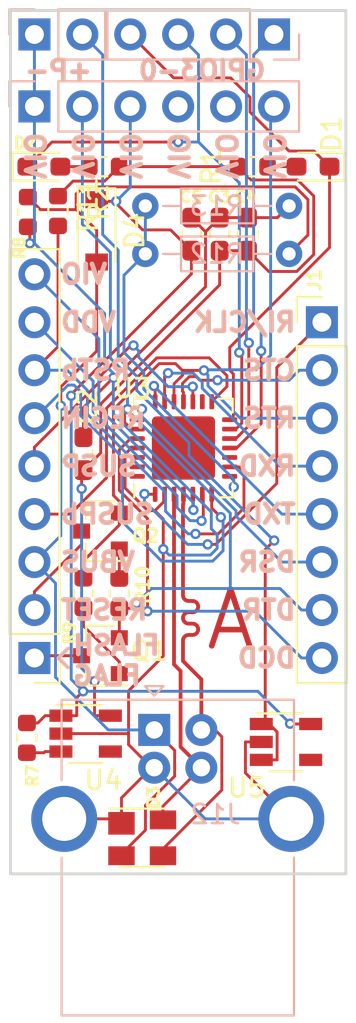
<source format=kicad_pcb>
(kicad_pcb (version 20171130) (host pcbnew "(5.0.1)-4")

  (general
    (thickness 1.6)
    (drawings 33)
    (tracks 483)
    (zones 0)
    (modules 28)
    (nets 40)
  )

  (page A4)
  (layers
    (0 F.Cu signal)
    (31 B.Cu signal)
    (32 B.Adhes user)
    (33 F.Adhes user)
    (34 B.Paste user)
    (35 F.Paste user)
    (36 B.SilkS user)
    (37 F.SilkS user)
    (38 B.Mask user)
    (39 F.Mask user)
    (40 Dwgs.User user)
    (41 Cmts.User user)
    (42 Eco1.User user)
    (43 Eco2.User user)
    (44 Edge.Cuts user)
    (45 Margin user)
    (46 B.CrtYd user)
    (47 F.CrtYd user)
    (48 B.Fab user hide)
    (49 F.Fab user hide)
  )

  (setup
    (last_trace_width 0.1524)
    (trace_clearance 0.1524)
    (zone_clearance 0.508)
    (zone_45_only no)
    (trace_min 0.1524)
    (segment_width 0.2)
    (edge_width 0.15)
    (via_size 0.55)
    (via_drill 0.3)
    (via_min_size 0.4)
    (via_min_drill 0.3)
    (uvia_size 0.3)
    (uvia_drill 0.1)
    (uvias_allowed no)
    (uvia_min_size 0.2)
    (uvia_min_drill 0.1)
    (pcb_text_width 0.3)
    (pcb_text_size 1.5 1.5)
    (mod_edge_width 0.15)
    (mod_text_size 1 1)
    (mod_text_width 0.15)
    (pad_size 1.524 1.524)
    (pad_drill 0.762)
    (pad_to_mask_clearance 0.051)
    (solder_mask_min_width 0.25)
    (aux_axis_origin 0 0)
    (visible_elements 7FFFFFFF)
    (pcbplotparams
      (layerselection 0x3c000_7ffffffe)
      (usegerberextensions false)
      (usegerberattributes false)
      (usegerberadvancedattributes false)
      (creategerberjobfile false)
      (excludeedgelayer true)
      (linewidth 0.100000)
      (plotframeref false)
      (viasonmask false)
      (mode 1)
      (useauxorigin false)
      (hpglpennumber 1)
      (hpglpenspeed 20)
      (hpglpendiameter 15.000000)
      (psnegative false)
      (psa4output false)
      (plotreference true)
      (plotvalue true)
      (plotinvisibletext false)
      (padsonsilk false)
      (subtractmaskfromsilk false)
      (outputformat 4)
      (mirror false)
      (drillshape 0)
      (scaleselection 1)
      (outputdirectory "fabrication/"))
  )

  (net 0 "")
  (net 1 GND)
  (net 2 +3V3)
  (net 3 /RESET)
  (net 4 /DTR)
  (net 5 VBUS)
  (net 6 +5V)
  (net 7 "Net-(D2-Pad2)")
  (net 8 "Net-(Q1-Pad1)")
  (net 9 "Net-(Q2-Pad1)")
  (net 10 "Net-(U3-Pad16)")
  (net 11 "Net-(U3-Pad10)")
  (net 12 "Net-(U4-Pad4)")
  (net 13 "Net-(U5-Pad4)")
  (net 14 /FTDI_TX)
  (net 15 /FTDI_RX)
  (net 16 /FTDI_RTS)
  (net 17 "Net-(R12-Pad1)")
  (net 18 "Net-(R7-Pad1)")
  (net 19 "Net-(D1-Pad2)")
  (net 20 /RSTb)
  (net 21 /USB_D-)
  (net 22 /USB_D+)
  (net 23 /DCD)
  (net 24 /DSR)
  (net 25 /TXD)
  (net 26 /RXD)
  (net 27 "Net-(J1-Pad2)")
  (net 28 /SUSPEND)
  (net 29 /SUSPENDb)
  (net 30 "Net-(D1-Pad1)")
  (net 31 "Net-(D2-Pad1)")
  (net 32 "Net-(J3-Pad2)")
  (net 33 "Net-(J3-Pad1)")
  (net 34 /REGIN)
  (net 35 /VDD)
  (net 36 /VIO)
  (net 37 "Net-(J1-Pad1)")
  (net 38 "Net-(J4-Pad2)")
  (net 39 /FLASHFLAG)

  (net_class Default "This is the default net class."
    (clearance 0.1524)
    (trace_width 0.1524)
    (via_dia 0.55)
    (via_drill 0.3)
    (uvia_dia 0.3)
    (uvia_drill 0.1)
    (add_net +3V3)
    (add_net +5V)
    (add_net /DCD)
    (add_net /DSR)
    (add_net /DTR)
    (add_net /FLASHFLAG)
    (add_net /FTDI_RTS)
    (add_net /FTDI_RX)
    (add_net /FTDI_TX)
    (add_net /REGIN)
    (add_net /RESET)
    (add_net /RSTb)
    (add_net /RXD)
    (add_net /SUSPEND)
    (add_net /SUSPENDb)
    (add_net /TXD)
    (add_net /USB_D+)
    (add_net /USB_D-)
    (add_net /VDD)
    (add_net /VIO)
    (add_net GND)
    (add_net "Net-(D1-Pad1)")
    (add_net "Net-(D1-Pad2)")
    (add_net "Net-(D2-Pad1)")
    (add_net "Net-(D2-Pad2)")
    (add_net "Net-(J1-Pad1)")
    (add_net "Net-(J1-Pad2)")
    (add_net "Net-(J3-Pad1)")
    (add_net "Net-(J3-Pad2)")
    (add_net "Net-(J4-Pad2)")
    (add_net "Net-(Q1-Pad1)")
    (add_net "Net-(Q2-Pad1)")
    (add_net "Net-(R12-Pad1)")
    (add_net "Net-(R7-Pad1)")
    (add_net "Net-(U3-Pad10)")
    (add_net "Net-(U3-Pad16)")
    (add_net "Net-(U4-Pad4)")
    (add_net "Net-(U5-Pad4)")
    (add_net VBUS)
  )

  (module Connector_USB:USB_B_OST_USB-B1HSxx_Horizontal (layer B.Cu) (tedit 5AFE01FF) (tstamp 5D6D5294)
    (at 44.45 49.53 270)
    (descr "USB B receptacle, Horizontal, through-hole, http://www.on-shore.com/wp-content/uploads/2015/09/usb-b1hsxx.pdf")
    (tags "USB-B receptacle horizontal through-hole")
    (path /5DB14DBB)
    (fp_text reference J12 (at 4.47 -3.25) (layer B.SilkS)
      (effects (font (size 1 1) (thickness 0.15)) (justify mirror))
    )
    (fp_text value USB_A (at 4.865 -10.27 270) (layer B.Fab)
      (effects (font (size 1 1) (thickness 0.15)) (justify mirror))
    )
    (fp_line (start -0.49 4.8) (end 15.01 4.8) (layer B.Fab) (width 0.1))
    (fp_line (start 15.01 4.8) (end 15.01 -7.3) (layer B.Fab) (width 0.1))
    (fp_line (start 15.01 -7.3) (end -1.49 -7.3) (layer B.Fab) (width 0.1))
    (fp_line (start -1.49 -7.3) (end -1.49 3.8) (layer B.Fab) (width 0.1))
    (fp_line (start -1.49 3.8) (end -0.49 4.8) (layer B.Fab) (width 0.1))
    (fp_line (start 2.66 4.91) (end -1.6 4.91) (layer B.SilkS) (width 0.12))
    (fp_line (start -1.6 4.91) (end -1.6 -7.41) (layer B.SilkS) (width 0.12))
    (fp_line (start -1.6 -7.41) (end 2.66 -7.41) (layer B.SilkS) (width 0.12))
    (fp_line (start 6.76 4.91) (end 15.12 4.91) (layer B.SilkS) (width 0.12))
    (fp_line (start 15.12 4.91) (end 15.12 -7.41) (layer B.SilkS) (width 0.12))
    (fp_line (start 15.12 -7.41) (end 6.76 -7.41) (layer B.SilkS) (width 0.12))
    (fp_line (start -1.82 0) (end -2.32 0.5) (layer B.SilkS) (width 0.12))
    (fp_line (start -2.32 0.5) (end -2.32 -0.5) (layer B.SilkS) (width 0.12))
    (fp_line (start -2.32 -0.5) (end -1.82 0) (layer B.SilkS) (width 0.12))
    (fp_line (start -1.99 7.02) (end -1.99 -9.52) (layer B.CrtYd) (width 0.05))
    (fp_line (start -1.99 -9.52) (end 15.51 -9.52) (layer B.CrtYd) (width 0.05))
    (fp_line (start 15.51 -9.52) (end 15.51 7.02) (layer B.CrtYd) (width 0.05))
    (fp_line (start 15.51 7.02) (end -1.99 7.02) (layer B.CrtYd) (width 0.05))
    (fp_text user %R (at 6.76 -1.25 270) (layer B.Fab)
      (effects (font (size 1 1) (thickness 0.15)) (justify mirror))
    )
    (pad 1 thru_hole rect (at 0 0 270) (size 1.7 1.7) (drill 0.92) (layers *.Cu *.Mask)
      (net 5 VBUS))
    (pad 2 thru_hole circle (at 0 -2.5 270) (size 1.7 1.7) (drill 0.92) (layers *.Cu *.Mask)
      (net 21 /USB_D-))
    (pad 3 thru_hole circle (at 2 -2.5 270) (size 1.7 1.7) (drill 0.92) (layers *.Cu *.Mask)
      (net 22 /USB_D+))
    (pad 4 thru_hole circle (at 2 0 270) (size 1.7 1.7) (drill 0.92) (layers *.Cu *.Mask)
      (net 1 GND))
    (pad 5 thru_hole circle (at 4.71 4.77 270) (size 3.5 3.5) (drill 2.33) (layers *.Cu *.Mask)
      (net 1 GND))
    (pad 5 thru_hole circle (at 4.71 -7.27 270) (size 3.5 3.5) (drill 2.33) (layers *.Cu *.Mask)
      (net 1 GND))
    (model ${KISYS3DMOD}/Connector_USB.3dshapes/USB_B_OST_USB-B1HSxx_Horizontal.wrl
      (at (xyz 0 0 0))
      (scale (xyz 1 1 1))
      (rotate (xyz 0 0 0))
    )
  )

  (module Connector_PinHeader_2.54mm:PinHeader_1x09_P2.54mm_Vertical (layer F.Cu) (tedit 5D5FE6D5) (tstamp 5D6D198C)
    (at 38.1 45.72 180)
    (descr "Through hole straight pin header, 1x09, 2.54mm pitch, single row")
    (tags "Through hole pin header THT 1x09 2.54mm single row")
    (path /5D604F09)
    (fp_text reference J2 (at 0 -2.33 180) (layer F.SilkS) hide
      (effects (font (size 1 1) (thickness 0.15)))
    )
    (fp_text value Conn_01x09_Female (at -3.1 18.12 90) (layer F.Fab)
      (effects (font (size 1 1) (thickness 0.15)))
    )
    (fp_line (start -0.635 -1.27) (end 1.27 -1.27) (layer F.Fab) (width 0.1))
    (fp_line (start 1.27 -1.27) (end 1.27 21.59) (layer F.Fab) (width 0.1))
    (fp_line (start 1.27 21.59) (end -1.27 21.59) (layer F.Fab) (width 0.1))
    (fp_line (start -1.27 21.59) (end -1.27 -0.635) (layer F.Fab) (width 0.1))
    (fp_line (start -1.27 -0.635) (end -0.635 -1.27) (layer F.Fab) (width 0.1))
    (fp_line (start -1.33 21.65) (end 1.33 21.65) (layer F.SilkS) (width 0.12))
    (fp_line (start -1.33 1.27) (end -1.33 21.65) (layer F.SilkS) (width 0.12))
    (fp_line (start 1.33 1.27) (end 1.33 21.65) (layer F.SilkS) (width 0.12))
    (fp_line (start -1.33 1.27) (end 1.33 1.27) (layer F.SilkS) (width 0.12))
    (fp_line (start -1.33 0) (end -1.33 -1.33) (layer F.SilkS) (width 0.12))
    (fp_line (start -1.33 -1.33) (end 0 -1.33) (layer F.SilkS) (width 0.12))
    (fp_line (start -1.8 -1.8) (end -1.8 22.1) (layer F.CrtYd) (width 0.05))
    (fp_line (start -1.8 22.1) (end 1.8 22.1) (layer F.CrtYd) (width 0.05))
    (fp_line (start 1.8 22.1) (end 1.8 -1.8) (layer F.CrtYd) (width 0.05))
    (fp_line (start 1.8 -1.8) (end -1.8 -1.8) (layer F.CrtYd) (width 0.05))
    (fp_text user %R (at 0 10.16 270) (layer F.Fab)
      (effects (font (size 1 1) (thickness 0.15)))
    )
    (pad 1 thru_hole rect (at 0 0 180) (size 1.7 1.7) (drill 1) (layers *.Cu *.Mask)
      (net 39 /FLASHFLAG))
    (pad 2 thru_hole oval (at 0 2.54 180) (size 1.7 1.7) (drill 1) (layers *.Cu *.Mask)
      (net 3 /RESET))
    (pad 3 thru_hole oval (at 0 5.08 180) (size 1.7 1.7) (drill 1) (layers *.Cu *.Mask)
      (net 5 VBUS))
    (pad 4 thru_hole oval (at 0 7.62 180) (size 1.7 1.7) (drill 1) (layers *.Cu *.Mask)
      (net 29 /SUSPENDb))
    (pad 5 thru_hole oval (at 0 10.16 180) (size 1.7 1.7) (drill 1) (layers *.Cu *.Mask)
      (net 28 /SUSPEND))
    (pad 6 thru_hole oval (at 0 12.7 180) (size 1.7 1.7) (drill 1) (layers *.Cu *.Mask)
      (net 34 /REGIN))
    (pad 7 thru_hole oval (at 0 15.24 180) (size 1.7 1.7) (drill 1) (layers *.Cu *.Mask)
      (net 20 /RSTb))
    (pad 8 thru_hole oval (at 0 17.78 180) (size 1.7 1.7) (drill 1) (layers *.Cu *.Mask)
      (net 35 /VDD))
    (pad 9 thru_hole oval (at 0 20.32 180) (size 1.7 1.7) (drill 1) (layers *.Cu *.Mask)
      (net 36 /VIO))
    (model ${KISYS3DMOD}/Connector_PinHeader_2.54mm.3dshapes/PinHeader_1x09_P2.54mm_Vertical.wrl
      (at (xyz 0 0 0))
      (scale (xyz 1 1 1))
      (rotate (xyz 0 0 0))
    )
  )

  (module Connector_PinHeader_2.54mm:PinHeader_1x02_P2.54mm_Vertical (layer B.Cu) (tedit 5D5FCC0B) (tstamp 5D6CD61E)
    (at 38.1 12.7 270)
    (descr "Through hole straight pin header, 1x02, 2.54mm pitch, single row")
    (tags "Through hole pin header THT 1x02 2.54mm single row")
    (path /5D606CFC)
    (fp_text reference J4 (at -2.04 -0.5 180) (layer B.SilkS) hide
      (effects (font (size 1 1) (thickness 0.15)) (justify mirror))
    )
    (fp_text value Conn_01x02_Female (at 0 -4.87 270) (layer B.Fab)
      (effects (font (size 1 1) (thickness 0.15)) (justify mirror))
    )
    (fp_line (start -0.635 1.27) (end 1.27 1.27) (layer B.Fab) (width 0.1))
    (fp_line (start 1.27 1.27) (end 1.27 -3.81) (layer B.Fab) (width 0.1))
    (fp_line (start 1.27 -3.81) (end -1.27 -3.81) (layer B.Fab) (width 0.1))
    (fp_line (start -1.27 -3.81) (end -1.27 0.635) (layer B.Fab) (width 0.1))
    (fp_line (start -1.27 0.635) (end -0.635 1.27) (layer B.Fab) (width 0.1))
    (fp_line (start -1.33 -3.87) (end 1.33 -3.87) (layer B.SilkS) (width 0.12))
    (fp_line (start -1.33 -1.27) (end -1.33 -3.87) (layer B.SilkS) (width 0.12))
    (fp_line (start 1.33 -1.27) (end 1.33 -3.87) (layer B.SilkS) (width 0.12))
    (fp_line (start -1.33 -1.27) (end 1.33 -1.27) (layer B.SilkS) (width 0.12))
    (fp_line (start -1.33 0) (end -1.33 1.33) (layer B.SilkS) (width 0.12))
    (fp_line (start -1.33 1.33) (end 0 1.33) (layer B.SilkS) (width 0.12))
    (fp_line (start -1.8 1.8) (end -1.8 -4.35) (layer B.CrtYd) (width 0.05))
    (fp_line (start -1.8 -4.35) (end 1.8 -4.35) (layer B.CrtYd) (width 0.05))
    (fp_line (start 1.8 -4.35) (end 1.8 1.8) (layer B.CrtYd) (width 0.05))
    (fp_line (start 1.8 1.8) (end -1.8 1.8) (layer B.CrtYd) (width 0.05))
    (fp_text user %R (at 0 -1.27 180) (layer B.Fab)
      (effects (font (size 1 1) (thickness 0.15)) (justify mirror))
    )
    (pad 1 thru_hole rect (at 0 0 270) (size 1.7 1.7) (drill 1) (layers *.Cu *.Mask)
      (net 1 GND))
    (pad 2 thru_hole oval (at 0 -2.54 270) (size 1.7 1.7) (drill 1) (layers *.Cu *.Mask)
      (net 38 "Net-(J4-Pad2)"))
    (model ${KISYS3DMOD}/Connector_PinHeader_2.54mm.3dshapes/PinHeader_1x02_P2.54mm_Vertical.wrl
      (at (xyz 0 0 0))
      (scale (xyz 1 1 1))
      (rotate (xyz 0 0 0))
    )
  )

  (module Connector_PinHeader_2.54mm:PinHeader_1x04_P2.54mm_Vertical (layer B.Cu) (tedit 5D5FCC0E) (tstamp 5D6D4422)
    (at 50.8 12.7 90)
    (descr "Through hole straight pin header, 1x04, 2.54mm pitch, single row")
    (tags "Through hole pin header THT 1x04 2.54mm single row")
    (path /5D617957)
    (fp_text reference J3 (at 1.84 0) (layer B.SilkS) hide
      (effects (font (size 1 1) (thickness 0.15)) (justify mirror))
    )
    (fp_text value Conn_01x04_Female (at 0 -9.95 90) (layer B.Fab)
      (effects (font (size 1 1) (thickness 0.15)) (justify mirror))
    )
    (fp_line (start -0.635 1.27) (end 1.27 1.27) (layer B.Fab) (width 0.1))
    (fp_line (start 1.27 1.27) (end 1.27 -8.89) (layer B.Fab) (width 0.1))
    (fp_line (start 1.27 -8.89) (end -1.27 -8.89) (layer B.Fab) (width 0.1))
    (fp_line (start -1.27 -8.89) (end -1.27 0.635) (layer B.Fab) (width 0.1))
    (fp_line (start -1.27 0.635) (end -0.635 1.27) (layer B.Fab) (width 0.1))
    (fp_line (start -1.33 -8.95) (end 1.33 -8.95) (layer B.SilkS) (width 0.12))
    (fp_line (start -1.33 -1.27) (end -1.33 -8.95) (layer B.SilkS) (width 0.12))
    (fp_line (start 1.33 -1.27) (end 1.33 -8.95) (layer B.SilkS) (width 0.12))
    (fp_line (start -1.33 -1.27) (end 1.33 -1.27) (layer B.SilkS) (width 0.12))
    (fp_line (start -1.33 0) (end -1.33 1.33) (layer B.SilkS) (width 0.12))
    (fp_line (start -1.33 1.33) (end 0 1.33) (layer B.SilkS) (width 0.12))
    (fp_text user %R (at 0 -3.81) (layer B.Fab)
      (effects (font (size 1 1) (thickness 0.15)) (justify mirror))
    )
    (pad 1 thru_hole rect (at 0 0 90) (size 1.7 1.7) (drill 1) (layers *.Cu *.Mask)
      (net 33 "Net-(J3-Pad1)"))
    (pad 2 thru_hole oval (at 0 -2.54 90) (size 1.7 1.7) (drill 1) (layers *.Cu *.Mask)
      (net 32 "Net-(J3-Pad2)"))
    (pad 3 thru_hole oval (at 0 -5.08 90) (size 1.7 1.7) (drill 1) (layers *.Cu *.Mask)
      (net 31 "Net-(D2-Pad1)"))
    (pad 4 thru_hole oval (at 0 -7.62 90) (size 1.7 1.7) (drill 1) (layers *.Cu *.Mask)
      (net 30 "Net-(D1-Pad1)"))
    (model ${KISYS3DMOD}/Connector_PinHeader_2.54mm.3dshapes/PinHeader_1x04_P2.54mm_Vertical.wrl
      (at (xyz 0 0 0))
      (scale (xyz 1 1 1))
      (rotate (xyz 0 0 0))
    )
  )

  (module Connector_PinHeader_2.54mm:PinHeader_1x08_P2.54mm_Vertical (layer F.Cu) (tedit 5D5FC880) (tstamp 5D6D50DD)
    (at 53.34 27.94)
    (descr "Through hole straight pin header, 1x08, 2.54mm pitch, single row")
    (tags "Through hole pin header THT 1x08 2.54mm single row")
    (path /5D60C02E)
    (fp_text reference J1 (at -0.4 -2.24 90) (layer F.SilkS)
      (effects (font (size 0.7 0.7) (thickness 0.15)))
    )
    (fp_text value Conn_01x08_Female (at 0 20.11) (layer F.Fab)
      (effects (font (size 1 1) (thickness 0.15)))
    )
    (fp_text user %R (at 0 8.89 90) (layer F.Fab)
      (effects (font (size 1 1) (thickness 0.15)))
    )
    (fp_line (start 1.8 -1.8) (end -1.8 -1.8) (layer F.CrtYd) (width 0.05))
    (fp_line (start 1.8 19.55) (end 1.8 -1.8) (layer F.CrtYd) (width 0.05))
    (fp_line (start -1.8 19.55) (end 1.8 19.55) (layer F.CrtYd) (width 0.05))
    (fp_line (start -1.8 -1.8) (end -1.8 19.55) (layer F.CrtYd) (width 0.05))
    (fp_line (start -1.33 -1.33) (end 0 -1.33) (layer F.SilkS) (width 0.12))
    (fp_line (start -1.33 0) (end -1.33 -1.33) (layer F.SilkS) (width 0.12))
    (fp_line (start -1.33 1.27) (end 1.33 1.27) (layer F.SilkS) (width 0.12))
    (fp_line (start 1.33 1.27) (end 1.33 19.11) (layer F.SilkS) (width 0.12))
    (fp_line (start -1.33 1.27) (end -1.33 19.11) (layer F.SilkS) (width 0.12))
    (fp_line (start -1.33 19.11) (end 1.33 19.11) (layer F.SilkS) (width 0.12))
    (fp_line (start -1.27 -0.635) (end -0.635 -1.27) (layer F.Fab) (width 0.1))
    (fp_line (start -1.27 19.05) (end -1.27 -0.635) (layer F.Fab) (width 0.1))
    (fp_line (start 1.27 19.05) (end -1.27 19.05) (layer F.Fab) (width 0.1))
    (fp_line (start 1.27 -1.27) (end 1.27 19.05) (layer F.Fab) (width 0.1))
    (fp_line (start -0.635 -1.27) (end 1.27 -1.27) (layer F.Fab) (width 0.1))
    (pad 8 thru_hole oval (at 0 17.78) (size 1.7 1.7) (drill 1) (layers *.Cu *.Mask)
      (net 23 /DCD))
    (pad 7 thru_hole oval (at 0 15.24) (size 1.7 1.7) (drill 1) (layers *.Cu *.Mask)
      (net 4 /DTR))
    (pad 6 thru_hole oval (at 0 12.7) (size 1.7 1.7) (drill 1) (layers *.Cu *.Mask)
      (net 24 /DSR))
    (pad 5 thru_hole oval (at 0 10.16) (size 1.7 1.7) (drill 1) (layers *.Cu *.Mask)
      (net 25 /TXD))
    (pad 4 thru_hole oval (at 0 7.62) (size 1.7 1.7) (drill 1) (layers *.Cu *.Mask)
      (net 26 /RXD))
    (pad 3 thru_hole oval (at 0 5.08) (size 1.7 1.7) (drill 1) (layers *.Cu *.Mask)
      (net 16 /FTDI_RTS))
    (pad 2 thru_hole oval (at 0 2.54) (size 1.7 1.7) (drill 1) (layers *.Cu *.Mask)
      (net 27 "Net-(J1-Pad2)"))
    (pad 1 thru_hole rect (at 0 0) (size 1.7 1.7) (drill 1) (layers *.Cu *.Mask)
      (net 37 "Net-(J1-Pad1)"))
    (model ${KISYS3DMOD}/Connector_PinHeader_2.54mm.3dshapes/PinHeader_1x08_P2.54mm_Vertical.wrl
      (at (xyz 0 0 0))
      (scale (xyz 1 1 1))
      (rotate (xyz 0 0 0))
    )
  )

  (module Diode_SMD:D_0603_1608Metric_Pad1.05x0.95mm_HandSolder (layer F.Cu) (tedit 5B4B45C8) (tstamp 5D6C8130)
    (at 52.87 19.7 180)
    (descr "Diode SMD 0603 (1608 Metric), square (rectangular) end terminal, IPC_7351 nominal, (Body size source: http://www.tortai-tech.com/upload/download/2011102023233369053.pdf), generated with kicad-footprint-generator")
    (tags "diode handsolder")
    (path /5D61AA7C)
    (attr smd)
    (fp_text reference D1 (at -0.98 1.75 270) (layer F.SilkS)
      (effects (font (size 1 1) (thickness 0.15)))
    )
    (fp_text value LED (at 0 1.43 180) (layer F.Fab)
      (effects (font (size 1 1) (thickness 0.15)))
    )
    (fp_text user %R (at 0 0 180) (layer F.Fab)
      (effects (font (size 0.4 0.4) (thickness 0.06)))
    )
    (fp_line (start 1.65 0.73) (end -1.65 0.73) (layer F.CrtYd) (width 0.05))
    (fp_line (start 1.65 -0.73) (end 1.65 0.73) (layer F.CrtYd) (width 0.05))
    (fp_line (start -1.65 -0.73) (end 1.65 -0.73) (layer F.CrtYd) (width 0.05))
    (fp_line (start -1.65 0.73) (end -1.65 -0.73) (layer F.CrtYd) (width 0.05))
    (fp_line (start -1.66 0.735) (end 0.8 0.735) (layer F.SilkS) (width 0.12))
    (fp_line (start -1.66 -0.735) (end -1.66 0.735) (layer F.SilkS) (width 0.12))
    (fp_line (start 0.8 -0.735) (end -1.66 -0.735) (layer F.SilkS) (width 0.12))
    (fp_line (start 0.8 0.4) (end 0.8 -0.4) (layer F.Fab) (width 0.1))
    (fp_line (start -0.8 0.4) (end 0.8 0.4) (layer F.Fab) (width 0.1))
    (fp_line (start -0.8 -0.1) (end -0.8 0.4) (layer F.Fab) (width 0.1))
    (fp_line (start -0.5 -0.4) (end -0.8 -0.1) (layer F.Fab) (width 0.1))
    (fp_line (start 0.8 -0.4) (end -0.5 -0.4) (layer F.Fab) (width 0.1))
    (pad 2 smd roundrect (at 0.875 0 180) (size 1.05 0.95) (layers F.Cu F.Paste F.Mask) (roundrect_rratio 0.25)
      (net 19 "Net-(D1-Pad2)"))
    (pad 1 smd roundrect (at -0.875 0 180) (size 1.05 0.95) (layers F.Cu F.Paste F.Mask) (roundrect_rratio 0.25)
      (net 30 "Net-(D1-Pad1)"))
    (model ${KISYS3DMOD}/Diode_SMD.3dshapes/D_0603_1608Metric.wrl
      (at (xyz 0 0 0))
      (scale (xyz 1 1 1))
      (rotate (xyz 0 0 0))
    )
  )

  (module Diode_SMD:D_0603_1608Metric_Pad1.05x0.95mm_HandSolder (layer F.Cu) (tedit 5D5FCBC3) (tstamp 5D6C811E)
    (at 38.6 19.7)
    (descr "Diode SMD 0603 (1608 Metric), square (rectangular) end terminal, IPC_7351 nominal, (Body size source: http://www.tortai-tech.com/upload/download/2011102023233369053.pdf), generated with kicad-footprint-generator")
    (tags "diode handsolder")
    (path /5D61AB4E)
    (attr smd)
    (fp_text reference D2 (at -1 -1.25 180) (layer F.SilkS)
      (effects (font (size 0.6 0.6) (thickness 0.15)))
    )
    (fp_text value LED (at -0.125 -1.5) (layer F.Fab)
      (effects (font (size 1 1) (thickness 0.15)))
    )
    (fp_line (start 0.8 -0.4) (end -0.5 -0.4) (layer F.Fab) (width 0.1))
    (fp_line (start -0.5 -0.4) (end -0.8 -0.1) (layer F.Fab) (width 0.1))
    (fp_line (start -0.8 -0.1) (end -0.8 0.4) (layer F.Fab) (width 0.1))
    (fp_line (start -0.8 0.4) (end 0.8 0.4) (layer F.Fab) (width 0.1))
    (fp_line (start 0.8 0.4) (end 0.8 -0.4) (layer F.Fab) (width 0.1))
    (fp_line (start 0.8 -0.735) (end -1.66 -0.735) (layer F.SilkS) (width 0.12))
    (fp_line (start -1.66 -0.735) (end -1.66 0.735) (layer F.SilkS) (width 0.12))
    (fp_line (start -1.66 0.735) (end 0.8 0.735) (layer F.SilkS) (width 0.12))
    (fp_line (start -1.65 0.73) (end -1.65 -0.73) (layer F.CrtYd) (width 0.05))
    (fp_line (start -1.65 -0.73) (end 1.65 -0.73) (layer F.CrtYd) (width 0.05))
    (fp_line (start 1.65 -0.73) (end 1.65 0.73) (layer F.CrtYd) (width 0.05))
    (fp_line (start 1.65 0.73) (end -1.65 0.73) (layer F.CrtYd) (width 0.05))
    (fp_text user %R (at 0 0) (layer F.Fab)
      (effects (font (size 0.4 0.4) (thickness 0.06)))
    )
    (pad 1 smd roundrect (at -0.875 0) (size 1.05 0.95) (layers F.Cu F.Paste F.Mask) (roundrect_rratio 0.25)
      (net 31 "Net-(D2-Pad1)"))
    (pad 2 smd roundrect (at 0.875 0) (size 1.05 0.95) (layers F.Cu F.Paste F.Mask) (roundrect_rratio 0.25)
      (net 7 "Net-(D2-Pad2)"))
    (model ${KISYS3DMOD}/Diode_SMD.3dshapes/D_0603_1608Metric.wrl
      (at (xyz 0 0 0))
      (scale (xyz 1 1 1))
      (rotate (xyz 0 0 0))
    )
  )

  (module Package_TO_SOT_SMD:SOT-143 (layer F.Cu) (tedit 5D5FC7EE) (tstamp 5D5FC4A1)
    (at 43.815 55.245)
    (descr SOT-143)
    (tags SOT-143)
    (path /5D627358)
    (attr smd)
    (fp_text reference D3 (at 0.6 -2.15 90) (layer F.SilkS)
      (effects (font (size 0.6 0.6) (thickness 0.15)))
    )
    (fp_text value SP0503BAHT (at -0.28 2.48) (layer F.Fab)
      (effects (font (size 1 1) (thickness 0.15)))
    )
    (fp_text user %R (at 0 0 90) (layer F.Fab)
      (effects (font (size 0.5 0.5) (thickness 0.075)))
    )
    (fp_line (start -1.2 1.55) (end 1.2 1.55) (layer F.SilkS) (width 0.12))
    (fp_line (start 1.2 -1.55) (end -1.75 -1.55) (layer F.SilkS) (width 0.12))
    (fp_line (start -1.2 -1) (end -0.7 -1.5) (layer F.Fab) (width 0.1))
    (fp_line (start -0.7 -1.5) (end 1.2 -1.5) (layer F.Fab) (width 0.1))
    (fp_line (start -1.2 1.5) (end -1.2 -1) (layer F.Fab) (width 0.1))
    (fp_line (start 1.2 1.5) (end -1.2 1.5) (layer F.Fab) (width 0.1))
    (fp_line (start 1.2 -1.5) (end 1.2 1.5) (layer F.Fab) (width 0.1))
    (fp_line (start 2.05 -1.75) (end 2.05 1.75) (layer F.CrtYd) (width 0.05))
    (fp_line (start 2.05 -1.75) (end -2.05 -1.75) (layer F.CrtYd) (width 0.05))
    (fp_line (start -2.05 1.75) (end 2.05 1.75) (layer F.CrtYd) (width 0.05))
    (fp_line (start -2.05 1.75) (end -2.05 -1.75) (layer F.CrtYd) (width 0.05))
    (pad 1 smd rect (at -1.1 -0.77 270) (size 1.2 1.4) (layers F.Cu F.Paste F.Mask)
      (net 1 GND))
    (pad 2 smd rect (at -1.1 0.95 270) (size 1 1.4) (layers F.Cu F.Paste F.Mask)
      (net 5 VBUS))
    (pad 3 smd rect (at 1.1 0.95 270) (size 1 1.4) (layers F.Cu F.Paste F.Mask)
      (net 21 /USB_D-))
    (pad 4 smd rect (at 1.1 -0.95 270) (size 1 1.4) (layers F.Cu F.Paste F.Mask)
      (net 22 /USB_D+))
    (model ${KISYS3DMOD}/Package_TO_SOT_SMD.3dshapes/SOT-143.wrl
      (at (xyz 0 0 0))
      (scale (xyz 1 1 1))
      (rotate (xyz 0 0 0))
    )
  )

  (module Connector_PinHeader_2.54mm:PinHeader_1x06_P2.54mm_Vertical (layer B.Cu) (tedit 5D5FCC07) (tstamp 5D3604DA)
    (at 38.1 16.51 270)
    (descr "Through hole straight pin header, 1x06, 2.54mm pitch, single row")
    (tags "Through hole pin header THT 1x06 2.54mm single row")
    (path /5D379DED)
    (fp_text reference J19 (at -1.905 -0.635 180) (layer B.SilkS) hide
      (effects (font (size 0.6 0.6) (thickness 0.15)) (justify mirror))
    )
    (fp_text value FTDI_AUX (at -2.06 -6.61 180) (layer B.Fab)
      (effects (font (size 1 1) (thickness 0.15)) (justify mirror))
    )
    (fp_text user %R (at 0 -6.35) (layer B.Fab)
      (effects (font (size 1 1) (thickness 0.15)) (justify mirror))
    )
    (fp_line (start 1.8 1.8) (end -1.8 1.8) (layer B.CrtYd) (width 0.05))
    (fp_line (start 1.8 -14.5) (end 1.8 1.8) (layer B.CrtYd) (width 0.05))
    (fp_line (start -1.8 -14.5) (end 1.8 -14.5) (layer B.CrtYd) (width 0.05))
    (fp_line (start -1.8 1.8) (end -1.8 -14.5) (layer B.CrtYd) (width 0.05))
    (fp_line (start -1.33 1.33) (end 0 1.33) (layer B.SilkS) (width 0.12))
    (fp_line (start -1.33 0) (end -1.33 1.33) (layer B.SilkS) (width 0.12))
    (fp_line (start -1.33 -1.27) (end 1.33 -1.27) (layer B.SilkS) (width 0.12))
    (fp_line (start 1.33 -1.27) (end 1.33 -14.03) (layer B.SilkS) (width 0.12))
    (fp_line (start -1.33 -1.27) (end -1.33 -14.03) (layer B.SilkS) (width 0.12))
    (fp_line (start -1.33 -14.03) (end 1.33 -14.03) (layer B.SilkS) (width 0.12))
    (fp_line (start -1.27 0.635) (end -0.635 1.27) (layer B.Fab) (width 0.1))
    (fp_line (start -1.27 -13.97) (end -1.27 0.635) (layer B.Fab) (width 0.1))
    (fp_line (start 1.27 -13.97) (end -1.27 -13.97) (layer B.Fab) (width 0.1))
    (fp_line (start 1.27 1.27) (end 1.27 -13.97) (layer B.Fab) (width 0.1))
    (fp_line (start -0.635 1.27) (end 1.27 1.27) (layer B.Fab) (width 0.1))
    (pad 6 thru_hole oval (at 0 -12.7 270) (size 1.7 1.7) (drill 1) (layers *.Cu *.Mask)
      (net 16 /FTDI_RTS))
    (pad 5 thru_hole oval (at 0 -10.16 270) (size 1.7 1.7) (drill 1) (layers *.Cu *.Mask)
      (net 15 /FTDI_RX))
    (pad 4 thru_hole oval (at 0 -7.62 270) (size 1.7 1.7) (drill 1) (layers *.Cu *.Mask)
      (net 14 /FTDI_TX))
    (pad 3 thru_hole oval (at 0 -5.08 270) (size 1.7 1.7) (drill 1) (layers *.Cu *.Mask)
      (net 6 +5V))
    (pad 2 thru_hole oval (at 0 -2.54 270) (size 1.7 1.7) (drill 1) (layers *.Cu *.Mask)
      (net 4 /DTR))
    (pad 1 thru_hole rect (at 0 0 270) (size 1.7 1.7) (drill 1) (layers *.Cu *.Mask)
      (net 1 GND))
    (model ${KISYS3DMOD}/Connector_PinHeader_2.54mm.3dshapes/PinHeader_1x06_P2.54mm_Vertical.wrl
      (at (xyz 0 0 0))
      (scale (xyz 1 1 1))
      (rotate (xyz 0 0 0))
    )
  )

  (module Resistor_THT:R_Axial_DIN0204_L3.6mm_D1.6mm_P7.62mm_Horizontal (layer B.Cu) (tedit 5AE5139B) (tstamp 5D6CB305)
    (at 43.98 21.78)
    (descr "Resistor, Axial_DIN0204 series, Axial, Horizontal, pin pitch=7.62mm, 0.167W, length*diameter=3.6*1.6mm^2, http://cdn-reichelt.de/documents/datenblatt/B400/1_4W%23YAG.pdf")
    (tags "Resistor Axial_DIN0204 series Axial Horizontal pin pitch 7.62mm 0.167W length 3.6mm diameter 1.6mm")
    (path /5DBAEE38)
    (fp_text reference R13 (at 3.8 0 180) (layer B.SilkS)
      (effects (font (size 1 1) (thickness 0.15)) (justify mirror))
    )
    (fp_text value 47.5K (at -3.08 0.22 180) (layer B.Fab)
      (effects (font (size 1 1) (thickness 0.15)) (justify mirror))
    )
    (fp_text user %R (at 3.81 0 180) (layer B.Fab)
      (effects (font (size 0.72 0.72) (thickness 0.108)) (justify mirror))
    )
    (fp_line (start 8.57 1.05) (end -0.95 1.05) (layer B.CrtYd) (width 0.05))
    (fp_line (start 8.57 -1.05) (end 8.57 1.05) (layer B.CrtYd) (width 0.05))
    (fp_line (start -0.95 -1.05) (end 8.57 -1.05) (layer B.CrtYd) (width 0.05))
    (fp_line (start -0.95 1.05) (end -0.95 -1.05) (layer B.CrtYd) (width 0.05))
    (fp_line (start 6.68 0) (end 5.73 0) (layer B.SilkS) (width 0.12))
    (fp_line (start 0.94 0) (end 1.89 0) (layer B.SilkS) (width 0.12))
    (fp_line (start 5.73 0.92) (end 1.89 0.92) (layer B.SilkS) (width 0.12))
    (fp_line (start 5.73 -0.92) (end 5.73 0.92) (layer B.SilkS) (width 0.12))
    (fp_line (start 1.89 -0.92) (end 5.73 -0.92) (layer B.SilkS) (width 0.12))
    (fp_line (start 1.89 0.92) (end 1.89 -0.92) (layer B.SilkS) (width 0.12))
    (fp_line (start 7.62 0) (end 5.61 0) (layer B.Fab) (width 0.1))
    (fp_line (start 0 0) (end 2.01 0) (layer B.Fab) (width 0.1))
    (fp_line (start 5.61 0.8) (end 2.01 0.8) (layer B.Fab) (width 0.1))
    (fp_line (start 5.61 -0.8) (end 5.61 0.8) (layer B.Fab) (width 0.1))
    (fp_line (start 2.01 -0.8) (end 5.61 -0.8) (layer B.Fab) (width 0.1))
    (fp_line (start 2.01 0.8) (end 2.01 -0.8) (layer B.Fab) (width 0.1))
    (pad 2 thru_hole oval (at 7.62 0) (size 1.4 1.4) (drill 0.7) (layers *.Cu *.Mask)
      (net 1 GND))
    (pad 1 thru_hole circle (at 0 0) (size 1.4 1.4) (drill 0.7) (layers *.Cu *.Mask)
      (net 17 "Net-(R12-Pad1)"))
    (model ${KISYS3DMOD}/Resistor_THT.3dshapes/R_Axial_DIN0204_L3.6mm_D1.6mm_P7.62mm_Horizontal.wrl
      (at (xyz 0 0 0))
      (scale (xyz 1 1 1))
      (rotate (xyz 0 0 0))
    )
  )

  (module Resistor_THT:R_Axial_DIN0204_L3.6mm_D1.6mm_P7.62mm_Horizontal (layer B.Cu) (tedit 5AE5139B) (tstamp 5D6CE745)
    (at 43.98 24.32)
    (descr "Resistor, Axial_DIN0204 series, Axial, Horizontal, pin pitch=7.62mm, 0.167W, length*diameter=3.6*1.6mm^2, http://cdn-reichelt.de/documents/datenblatt/B400/1_4W%23YAG.pdf")
    (tags "Resistor Axial_DIN0204 series Axial Horizontal pin pitch 7.62mm 0.167W length 3.6mm diameter 1.6mm")
    (path /5DBB3F4C)
    (fp_text reference R12 (at 3.8 0) (layer B.SilkS)
      (effects (font (size 1 1) (thickness 0.15)) (justify mirror))
    )
    (fp_text value 22.1K (at -3.08 -0.82 180) (layer B.Fab)
      (effects (font (size 1 1) (thickness 0.15)) (justify mirror))
    )
    (fp_text user %R (at 3.81 0 180) (layer B.Fab)
      (effects (font (size 0.72 0.72) (thickness 0.108)) (justify mirror))
    )
    (fp_line (start 8.57 1.05) (end -0.95 1.05) (layer B.CrtYd) (width 0.05))
    (fp_line (start 8.57 -1.05) (end 8.57 1.05) (layer B.CrtYd) (width 0.05))
    (fp_line (start -0.95 -1.05) (end 8.57 -1.05) (layer B.CrtYd) (width 0.05))
    (fp_line (start -0.95 1.05) (end -0.95 -1.05) (layer B.CrtYd) (width 0.05))
    (fp_line (start 6.68 0) (end 5.73 0) (layer B.SilkS) (width 0.12))
    (fp_line (start 0.94 0) (end 1.89 0) (layer B.SilkS) (width 0.12))
    (fp_line (start 5.73 0.92) (end 1.89 0.92) (layer B.SilkS) (width 0.12))
    (fp_line (start 5.73 -0.92) (end 5.73 0.92) (layer B.SilkS) (width 0.12))
    (fp_line (start 1.89 -0.92) (end 5.73 -0.92) (layer B.SilkS) (width 0.12))
    (fp_line (start 1.89 0.92) (end 1.89 -0.92) (layer B.SilkS) (width 0.12))
    (fp_line (start 7.62 0) (end 5.61 0) (layer B.Fab) (width 0.1))
    (fp_line (start 0 0) (end 2.01 0) (layer B.Fab) (width 0.1))
    (fp_line (start 5.61 0.8) (end 2.01 0.8) (layer B.Fab) (width 0.1))
    (fp_line (start 5.61 -0.8) (end 5.61 0.8) (layer B.Fab) (width 0.1))
    (fp_line (start 2.01 -0.8) (end 5.61 -0.8) (layer B.Fab) (width 0.1))
    (fp_line (start 2.01 0.8) (end 2.01 -0.8) (layer B.Fab) (width 0.1))
    (pad 2 thru_hole oval (at 7.62 0) (size 1.4 1.4) (drill 0.7) (layers *.Cu *.Mask)
      (net 5 VBUS))
    (pad 1 thru_hole circle (at 0 0) (size 1.4 1.4) (drill 0.7) (layers *.Cu *.Mask)
      (net 17 "Net-(R12-Pad1)"))
    (model ${KISYS3DMOD}/Resistor_THT.3dshapes/R_Axial_DIN0204_L3.6mm_D1.6mm_P7.62mm_Horizontal.wrl
      (at (xyz 0 0 0))
      (scale (xyz 1 1 1))
      (rotate (xyz 0 0 0))
    )
  )

  (module Package_TO_SOT_SMD:TSOT-23-5 (layer F.Cu) (tedit 5A02FF57) (tstamp 5D6D436A)
    (at 51.435 50.165)
    (descr "5-pin TSOT23 package, http://cds.linear.com/docs/en/packaging/SOT_5_05-08-1635.pdf")
    (tags TSOT-23-5)
    (path /5D556797)
    (attr smd)
    (fp_text reference U5 (at -2.085 2.435) (layer F.SilkS)
      (effects (font (size 1 1) (thickness 0.15)))
    )
    (fp_text value LP2985-5.0 (at 3.095 2.68) (layer F.Fab)
      (effects (font (size 1 1) (thickness 0.15)))
    )
    (fp_line (start 2.17 1.7) (end -2.17 1.7) (layer F.CrtYd) (width 0.05))
    (fp_line (start 2.17 1.7) (end 2.17 -1.7) (layer F.CrtYd) (width 0.05))
    (fp_line (start -2.17 -1.7) (end -2.17 1.7) (layer F.CrtYd) (width 0.05))
    (fp_line (start -2.17 -1.7) (end 2.17 -1.7) (layer F.CrtYd) (width 0.05))
    (fp_line (start 0.88 -1.45) (end 0.88 1.45) (layer F.Fab) (width 0.1))
    (fp_line (start 0.88 1.45) (end -0.88 1.45) (layer F.Fab) (width 0.1))
    (fp_line (start -0.88 -1) (end -0.88 1.45) (layer F.Fab) (width 0.1))
    (fp_line (start 0.88 -1.45) (end -0.43 -1.45) (layer F.Fab) (width 0.1))
    (fp_line (start -0.88 -1) (end -0.43 -1.45) (layer F.Fab) (width 0.1))
    (fp_line (start 0.88 -1.51) (end -1.55 -1.51) (layer F.SilkS) (width 0.12))
    (fp_line (start -0.88 1.56) (end 0.88 1.56) (layer F.SilkS) (width 0.12))
    (fp_text user %R (at 0 0 90) (layer F.Fab)
      (effects (font (size 0.5 0.5) (thickness 0.075)))
    )
    (pad 5 smd rect (at 1.31 -0.95) (size 1.22 0.65) (layers F.Cu F.Paste F.Mask)
      (net 6 +5V))
    (pad 4 smd rect (at 1.31 0.95) (size 1.22 0.65) (layers F.Cu F.Paste F.Mask)
      (net 13 "Net-(U5-Pad4)"))
    (pad 3 smd rect (at -1.31 0.95) (size 1.22 0.65) (layers F.Cu F.Paste F.Mask)
      (net 38 "Net-(J4-Pad2)"))
    (pad 2 smd rect (at -1.31 0) (size 1.22 0.65) (layers F.Cu F.Paste F.Mask)
      (net 1 GND))
    (pad 1 smd rect (at -1.31 -0.95) (size 1.22 0.65) (layers F.Cu F.Paste F.Mask)
      (net 38 "Net-(J4-Pad2)"))
    (model ${KISYS3DMOD}/Package_TO_SOT_SMD.3dshapes/TSOT-23-5.wrl
      (at (xyz 0 0 0))
      (scale (xyz 1 1 1))
      (rotate (xyz 0 0 0))
    )
  )

  (module Package_TO_SOT_SMD:TSOT-23-5 (layer F.Cu) (tedit 5A02FF57) (tstamp 5D3216C5)
    (at 40.815 49.725)
    (descr "5-pin TSOT23 package, http://cds.linear.com/docs/en/packaging/SOT_5_05-08-1635.pdf")
    (tags TSOT-23-5)
    (path /5D199076)
    (attr smd)
    (fp_text reference U4 (at 0.935 2.475) (layer F.SilkS)
      (effects (font (size 1 1) (thickness 0.15)))
    )
    (fp_text value AP2112K-3.3 (at 3.49 2.755) (layer F.Fab)
      (effects (font (size 1 1) (thickness 0.15)))
    )
    (fp_line (start 2.17 1.7) (end -2.17 1.7) (layer F.CrtYd) (width 0.05))
    (fp_line (start 2.17 1.7) (end 2.17 -1.7) (layer F.CrtYd) (width 0.05))
    (fp_line (start -2.17 -1.7) (end -2.17 1.7) (layer F.CrtYd) (width 0.05))
    (fp_line (start -2.17 -1.7) (end 2.17 -1.7) (layer F.CrtYd) (width 0.05))
    (fp_line (start 0.88 -1.45) (end 0.88 1.45) (layer F.Fab) (width 0.1))
    (fp_line (start 0.88 1.45) (end -0.88 1.45) (layer F.Fab) (width 0.1))
    (fp_line (start -0.88 -1) (end -0.88 1.45) (layer F.Fab) (width 0.1))
    (fp_line (start 0.88 -1.45) (end -0.43 -1.45) (layer F.Fab) (width 0.1))
    (fp_line (start -0.88 -1) (end -0.43 -1.45) (layer F.Fab) (width 0.1))
    (fp_line (start 0.88 -1.51) (end -1.55 -1.51) (layer F.SilkS) (width 0.12))
    (fp_line (start -0.88 1.56) (end 0.88 1.56) (layer F.SilkS) (width 0.12))
    (fp_text user %R (at 0 0 90) (layer F.Fab)
      (effects (font (size 0.5 0.5) (thickness 0.075)))
    )
    (pad 5 smd rect (at 1.31 -0.95) (size 1.22 0.65) (layers F.Cu F.Paste F.Mask)
      (net 2 +3V3))
    (pad 4 smd rect (at 1.31 0.95) (size 1.22 0.65) (layers F.Cu F.Paste F.Mask)
      (net 12 "Net-(U4-Pad4)"))
    (pad 3 smd rect (at -1.31 0.95) (size 1.22 0.65) (layers F.Cu F.Paste F.Mask)
      (net 18 "Net-(R7-Pad1)"))
    (pad 2 smd rect (at -1.31 0) (size 1.22 0.65) (layers F.Cu F.Paste F.Mask)
      (net 1 GND))
    (pad 1 smd rect (at -1.31 -0.95) (size 1.22 0.65) (layers F.Cu F.Paste F.Mask)
      (net 6 +5V))
    (model ${KISYS3DMOD}/Package_TO_SOT_SMD.3dshapes/TSOT-23-5.wrl
      (at (xyz 0 0 0))
      (scale (xyz 1 1 1))
      (rotate (xyz 0 0 0))
    )
  )

  (module Package_DFN_QFN:QFN-28-1EP_5x5mm_P0.5mm_EP3.35x3.35mm (layer F.Cu) (tedit 5C1FD453) (tstamp 5D6D5B3B)
    (at 46 34.6 90)
    (descr "QFN, 28 Pin (http://ww1.microchip.com/downloads/en/PackagingSpec/00000049BQ.pdf#page=283), generated with kicad-footprint-generator ipc_dfn_qfn_generator.py")
    (tags "QFN DFN_QFN")
    (path /5DB0F5B9)
    (attr smd)
    (fp_text reference U3 (at 3.15 -2.7) (layer F.SilkS)
      (effects (font (size 1 1) (thickness 0.15)))
    )
    (fp_text value CP2102N-A01-GQFN24 (at 6.21 5.89 90) (layer F.Fab)
      (effects (font (size 1 1) (thickness 0.15)))
    )
    (fp_text user %R (at -0.15 1.095 90) (layer F.Fab)
      (effects (font (size 1 1) (thickness 0.15)))
    )
    (fp_line (start 3.1 -3.1) (end -3.1 -3.1) (layer F.CrtYd) (width 0.05))
    (fp_line (start 3.1 3.1) (end 3.1 -3.1) (layer F.CrtYd) (width 0.05))
    (fp_line (start -3.1 3.1) (end 3.1 3.1) (layer F.CrtYd) (width 0.05))
    (fp_line (start -3.1 -3.1) (end -3.1 3.1) (layer F.CrtYd) (width 0.05))
    (fp_line (start -2.5 -1.5) (end -1.5 -2.5) (layer F.Fab) (width 0.1))
    (fp_line (start -2.5 2.5) (end -2.5 -1.5) (layer F.Fab) (width 0.1))
    (fp_line (start 2.5 2.5) (end -2.5 2.5) (layer F.Fab) (width 0.1))
    (fp_line (start 2.5 -2.5) (end 2.5 2.5) (layer F.Fab) (width 0.1))
    (fp_line (start -1.5 -2.5) (end 2.5 -2.5) (layer F.Fab) (width 0.1))
    (fp_line (start -1.885 -2.61) (end -2.61 -2.61) (layer F.SilkS) (width 0.12))
    (fp_line (start 2.61 2.61) (end 2.61 1.885) (layer F.SilkS) (width 0.12))
    (fp_line (start 1.885 2.61) (end 2.61 2.61) (layer F.SilkS) (width 0.12))
    (fp_line (start -2.61 2.61) (end -2.61 1.885) (layer F.SilkS) (width 0.12))
    (fp_line (start -1.885 2.61) (end -2.61 2.61) (layer F.SilkS) (width 0.12))
    (fp_line (start 2.61 -2.61) (end 2.61 -1.885) (layer F.SilkS) (width 0.12))
    (fp_line (start 1.885 -2.61) (end 2.61 -2.61) (layer F.SilkS) (width 0.12))
    (pad 28 smd roundrect (at -1.5 -2.45 90) (size 0.25 0.8) (layers F.Cu F.Paste F.Mask) (roundrect_rratio 0.25))
    (pad 27 smd roundrect (at -1 -2.45 90) (size 0.25 0.8) (layers F.Cu F.Paste F.Mask) (roundrect_rratio 0.25))
    (pad 26 smd roundrect (at -0.5 -2.45 90) (size 0.25 0.8) (layers F.Cu F.Paste F.Mask) (roundrect_rratio 0.25))
    (pad 25 smd roundrect (at 0 -2.45 90) (size 0.25 0.8) (layers F.Cu F.Paste F.Mask) (roundrect_rratio 0.25)
      (net 1 GND))
    (pad 24 smd roundrect (at 0.5 -2.45 90) (size 0.25 0.8) (layers F.Cu F.Paste F.Mask) (roundrect_rratio 0.25)
      (net 23 /DCD))
    (pad 23 smd roundrect (at 1 -2.45 90) (size 0.25 0.8) (layers F.Cu F.Paste F.Mask) (roundrect_rratio 0.25)
      (net 4 /DTR))
    (pad 22 smd roundrect (at 1.5 -2.45 90) (size 0.25 0.8) (layers F.Cu F.Paste F.Mask) (roundrect_rratio 0.25)
      (net 24 /DSR))
    (pad 21 smd roundrect (at 2.45 -1.5 90) (size 0.8 0.25) (layers F.Cu F.Paste F.Mask) (roundrect_rratio 0.25)
      (net 25 /TXD))
    (pad 20 smd roundrect (at 2.45 -1 90) (size 0.8 0.25) (layers F.Cu F.Paste F.Mask) (roundrect_rratio 0.25)
      (net 26 /RXD))
    (pad 19 smd roundrect (at 2.45 -0.5 90) (size 0.8 0.25) (layers F.Cu F.Paste F.Mask) (roundrect_rratio 0.25)
      (net 16 /FTDI_RTS))
    (pad 18 smd roundrect (at 2.45 0 90) (size 0.8 0.25) (layers F.Cu F.Paste F.Mask) (roundrect_rratio 0.25)
      (net 27 "Net-(J1-Pad2)"))
    (pad 17 smd roundrect (at 2.45 0.5 90) (size 0.8 0.25) (layers F.Cu F.Paste F.Mask) (roundrect_rratio 0.25)
      (net 28 /SUSPEND))
    (pad 16 smd roundrect (at 2.45 1 90) (size 0.8 0.25) (layers F.Cu F.Paste F.Mask) (roundrect_rratio 0.25)
      (net 10 "Net-(U3-Pad16)"))
    (pad 15 smd roundrect (at 2.45 1.5 90) (size 0.8 0.25) (layers F.Cu F.Paste F.Mask) (roundrect_rratio 0.25)
      (net 29 /SUSPENDb))
    (pad 14 smd roundrect (at 1.5 2.45 90) (size 0.25 0.8) (layers F.Cu F.Paste F.Mask) (roundrect_rratio 0.25)
      (net 30 "Net-(D1-Pad1)"))
    (pad 13 smd roundrect (at 1 2.45 90) (size 0.25 0.8) (layers F.Cu F.Paste F.Mask) (roundrect_rratio 0.25)
      (net 31 "Net-(D2-Pad1)"))
    (pad 12 smd roundrect (at 0.5 2.45 90) (size 0.25 0.8) (layers F.Cu F.Paste F.Mask) (roundrect_rratio 0.25)
      (net 32 "Net-(J3-Pad2)"))
    (pad 11 smd roundrect (at 0 2.45 90) (size 0.25 0.8) (layers F.Cu F.Paste F.Mask) (roundrect_rratio 0.25)
      (net 33 "Net-(J3-Pad1)"))
    (pad 10 smd roundrect (at -0.5 2.45 90) (size 0.25 0.8) (layers F.Cu F.Paste F.Mask) (roundrect_rratio 0.25)
      (net 11 "Net-(U3-Pad10)"))
    (pad 9 smd roundrect (at -1 2.45 90) (size 0.25 0.8) (layers F.Cu F.Paste F.Mask) (roundrect_rratio 0.25)
      (net 20 /RSTb))
    (pad 8 smd roundrect (at -1.5 2.45 90) (size 0.25 0.8) (layers F.Cu F.Paste F.Mask) (roundrect_rratio 0.25)
      (net 17 "Net-(R12-Pad1)"))
    (pad 7 smd roundrect (at -2.45 1.5 90) (size 0.8 0.25) (layers F.Cu F.Paste F.Mask) (roundrect_rratio 0.25)
      (net 34 /REGIN))
    (pad 6 smd roundrect (at -2.45 1 90) (size 0.8 0.25) (layers F.Cu F.Paste F.Mask) (roundrect_rratio 0.25)
      (net 35 /VDD))
    (pad 5 smd roundrect (at -2.45 0.5 90) (size 0.8 0.25) (layers F.Cu F.Paste F.Mask) (roundrect_rratio 0.25)
      (net 36 /VIO))
    (pad 4 smd roundrect (at -2.45 0 90) (size 0.8 0.25) (layers F.Cu F.Paste F.Mask) (roundrect_rratio 0.25)
      (net 21 /USB_D-))
    (pad 3 smd roundrect (at -2.45 -0.5 90) (size 0.8 0.25) (layers F.Cu F.Paste F.Mask) (roundrect_rratio 0.25)
      (net 22 /USB_D+))
    (pad 2 smd roundrect (at -2.45 -1 90) (size 0.8 0.25) (layers F.Cu F.Paste F.Mask) (roundrect_rratio 0.25)
      (net 1 GND))
    (pad 1 smd roundrect (at -2.45 -1.5 90) (size 0.8 0.25) (layers F.Cu F.Paste F.Mask) (roundrect_rratio 0.25)
      (net 37 "Net-(J1-Pad1)"))
    (pad "" smd roundrect (at 1.12 1.12 90) (size 0.9 0.9) (layers F.Paste) (roundrect_rratio 0.25))
    (pad "" smd roundrect (at 1.12 0 90) (size 0.9 0.9) (layers F.Paste) (roundrect_rratio 0.25))
    (pad "" smd roundrect (at 1.12 -1.12 90) (size 0.9 0.9) (layers F.Paste) (roundrect_rratio 0.25))
    (pad "" smd roundrect (at 0 1.12 90) (size 0.9 0.9) (layers F.Paste) (roundrect_rratio 0.25))
    (pad "" smd roundrect (at 0 0 90) (size 0.9 0.9) (layers F.Paste) (roundrect_rratio 0.25))
    (pad "" smd roundrect (at 0 -1.12 90) (size 0.9 0.9) (layers F.Paste) (roundrect_rratio 0.25))
    (pad "" smd roundrect (at -1.12 1.12 90) (size 0.9 0.9) (layers F.Paste) (roundrect_rratio 0.25))
    (pad "" smd roundrect (at -1.12 0 90) (size 0.9 0.9) (layers F.Paste) (roundrect_rratio 0.25))
    (pad "" smd roundrect (at -1.12 -1.12 90) (size 0.9 0.9) (layers F.Paste) (roundrect_rratio 0.25))
    (pad 29 smd roundrect (at 0 0 90) (size 3.35 3.35) (layers F.Cu F.Mask) (roundrect_rratio 0.074627))
    (model ${KISYS3DMOD}/Package_DFN_QFN.3dshapes/QFN-28-1EP_5x5mm_P0.5mm_EP3.35x3.35mm.wrl
      (at (xyz 0 0 0))
      (scale (xyz 1 1 1))
      (rotate (xyz 0 0 0))
    )
  )

  (module Diode_SMD:D_SOD-123 (layer F.Cu) (tedit 58645DC7) (tstamp 5D6CABE5)
    (at 41.4 23.1 270)
    (descr SOD-123)
    (tags SOD-123)
    (path /5D1940BE)
    (attr smd)
    (fp_text reference D4 (at 0 -2 270) (layer F.SilkS)
      (effects (font (size 1 1) (thickness 0.15)))
    )
    (fp_text value MBR120 (at 0.55 1.8 270) (layer F.Fab)
      (effects (font (size 1 1) (thickness 0.15)))
    )
    (fp_line (start -2.25 -1) (end 1.65 -1) (layer F.SilkS) (width 0.12))
    (fp_line (start -2.25 1) (end 1.65 1) (layer F.SilkS) (width 0.12))
    (fp_line (start -2.35 -1.15) (end -2.35 1.15) (layer F.CrtYd) (width 0.05))
    (fp_line (start 2.35 1.15) (end -2.35 1.15) (layer F.CrtYd) (width 0.05))
    (fp_line (start 2.35 -1.15) (end 2.35 1.15) (layer F.CrtYd) (width 0.05))
    (fp_line (start -2.35 -1.15) (end 2.35 -1.15) (layer F.CrtYd) (width 0.05))
    (fp_line (start -1.4 -0.9) (end 1.4 -0.9) (layer F.Fab) (width 0.1))
    (fp_line (start 1.4 -0.9) (end 1.4 0.9) (layer F.Fab) (width 0.1))
    (fp_line (start 1.4 0.9) (end -1.4 0.9) (layer F.Fab) (width 0.1))
    (fp_line (start -1.4 0.9) (end -1.4 -0.9) (layer F.Fab) (width 0.1))
    (fp_line (start -0.75 0) (end -0.35 0) (layer F.Fab) (width 0.1))
    (fp_line (start -0.35 0) (end -0.35 -0.55) (layer F.Fab) (width 0.1))
    (fp_line (start -0.35 0) (end -0.35 0.55) (layer F.Fab) (width 0.1))
    (fp_line (start -0.35 0) (end 0.25 -0.4) (layer F.Fab) (width 0.1))
    (fp_line (start 0.25 -0.4) (end 0.25 0.4) (layer F.Fab) (width 0.1))
    (fp_line (start 0.25 0.4) (end -0.35 0) (layer F.Fab) (width 0.1))
    (fp_line (start 0.25 0) (end 0.75 0) (layer F.Fab) (width 0.1))
    (fp_line (start -2.25 -1) (end -2.25 1) (layer F.SilkS) (width 0.12))
    (fp_text user %R (at 0 -2 270) (layer F.Fab)
      (effects (font (size 1 1) (thickness 0.15)))
    )
    (pad 2 smd rect (at 1.65 0 270) (size 0.9 1.2) (layers F.Cu F.Paste F.Mask)
      (net 5 VBUS))
    (pad 1 smd rect (at -1.65 0 270) (size 0.9 1.2) (layers F.Cu F.Paste F.Mask)
      (net 6 +5V))
    (model ${KISYS3DMOD}/Diode_SMD.3dshapes/D_SOD-123.wrl
      (at (xyz 0 0 0))
      (scale (xyz 1 1 1))
      (rotate (xyz 0 0 0))
    )
  )

  (module Package_TO_SOT_SMD:SOT-23 (layer F.Cu) (tedit 5A02FF57) (tstamp 5D6CBA6E)
    (at 41.6 45.6 180)
    (descr "SOT-23, Standard")
    (tags SOT-23)
    (path /5D162C4C)
    (attr smd)
    (fp_text reference Q1 (at -2.6 0.25 180) (layer F.SilkS)
      (effects (font (size 1 1) (thickness 0.15)))
    )
    (fp_text value MMBT2222 (at 2.435 2.56562 270) (layer F.Fab)
      (effects (font (size 1 1) (thickness 0.15)))
    )
    (fp_text user %R (at -0.1 0 270) (layer F.Fab)
      (effects (font (size 0.5 0.5) (thickness 0.075)))
    )
    (fp_line (start -0.7 -0.95) (end -0.7 1.5) (layer F.Fab) (width 0.1))
    (fp_line (start -0.15 -1.52) (end 0.7 -1.52) (layer F.Fab) (width 0.1))
    (fp_line (start -0.7 -0.95) (end -0.15 -1.52) (layer F.Fab) (width 0.1))
    (fp_line (start 0.7 -1.52) (end 0.7 1.52) (layer F.Fab) (width 0.1))
    (fp_line (start -0.7 1.52) (end 0.7 1.52) (layer F.Fab) (width 0.1))
    (fp_line (start 0.76 1.58) (end 0.76 0.65) (layer F.SilkS) (width 0.12))
    (fp_line (start 0.76 -1.58) (end 0.76 -0.65) (layer F.SilkS) (width 0.12))
    (fp_line (start -1.7 -1.75) (end 1.7 -1.75) (layer F.CrtYd) (width 0.05))
    (fp_line (start 1.7 -1.75) (end 1.7 1.75) (layer F.CrtYd) (width 0.05))
    (fp_line (start 1.7 1.75) (end -1.7 1.75) (layer F.CrtYd) (width 0.05))
    (fp_line (start -1.7 1.75) (end -1.7 -1.75) (layer F.CrtYd) (width 0.05))
    (fp_line (start 0.76 -1.58) (end -1.4 -1.58) (layer F.SilkS) (width 0.12))
    (fp_line (start 0.76 1.58) (end -0.7 1.58) (layer F.SilkS) (width 0.12))
    (pad 1 smd rect (at -1 -0.95 180) (size 0.9 0.8) (layers F.Cu F.Paste F.Mask)
      (net 8 "Net-(Q1-Pad1)"))
    (pad 2 smd rect (at -1 0.95 180) (size 0.9 0.8) (layers F.Cu F.Paste F.Mask)
      (net 4 /DTR))
    (pad 3 smd rect (at 1 0 180) (size 0.9 0.8) (layers F.Cu F.Paste F.Mask)
      (net 39 /FLASHFLAG))
    (model ${KISYS3DMOD}/Package_TO_SOT_SMD.3dshapes/SOT-23.wrl
      (at (xyz 0 0 0))
      (scale (xyz 1 1 1))
      (rotate (xyz 0 0 0))
    )
  )

  (module Package_TO_SOT_SMD:SOT-23 (layer F.Cu) (tedit 5D5FC7B4) (tstamp 5D6D6F08)
    (at 41.6 39 180)
    (descr "SOT-23, Standard")
    (tags SOT-23)
    (path /5D162F2C)
    (attr smd)
    (fp_text reference Q2 (at -2.4 -0.25) (layer F.SilkS)
      (effects (font (size 0.7 0.7) (thickness 0.15)))
    )
    (fp_text value MMBT2222 (at 2.295 -2.56562 270) (layer F.Fab)
      (effects (font (size 1 1) (thickness 0.15)))
    )
    (fp_line (start 0.76 1.58) (end -0.7 1.58) (layer F.SilkS) (width 0.12))
    (fp_line (start 0.76 -1.58) (end -1.4 -1.58) (layer F.SilkS) (width 0.12))
    (fp_line (start -1.7 1.75) (end -1.7 -1.75) (layer F.CrtYd) (width 0.05))
    (fp_line (start 1.7 1.75) (end -1.7 1.75) (layer F.CrtYd) (width 0.05))
    (fp_line (start 1.7 -1.75) (end 1.7 1.75) (layer F.CrtYd) (width 0.05))
    (fp_line (start -1.7 -1.75) (end 1.7 -1.75) (layer F.CrtYd) (width 0.05))
    (fp_line (start 0.76 -1.58) (end 0.76 -0.65) (layer F.SilkS) (width 0.12))
    (fp_line (start 0.76 1.58) (end 0.76 0.65) (layer F.SilkS) (width 0.12))
    (fp_line (start -0.7 1.52) (end 0.7 1.52) (layer F.Fab) (width 0.1))
    (fp_line (start 0.7 -1.52) (end 0.7 1.52) (layer F.Fab) (width 0.1))
    (fp_line (start -0.7 -0.95) (end -0.15 -1.52) (layer F.Fab) (width 0.1))
    (fp_line (start -0.15 -1.52) (end 0.7 -1.52) (layer F.Fab) (width 0.1))
    (fp_line (start -0.7 -0.95) (end -0.7 1.5) (layer F.Fab) (width 0.1))
    (fp_text user %R (at 0 0 270) (layer F.Fab)
      (effects (font (size 0.5 0.5) (thickness 0.075)))
    )
    (pad 3 smd rect (at 1 0 180) (size 0.9 0.8) (layers F.Cu F.Paste F.Mask)
      (net 3 /RESET))
    (pad 2 smd rect (at -1 0.95 180) (size 0.9 0.8) (layers F.Cu F.Paste F.Mask)
      (net 16 /FTDI_RTS))
    (pad 1 smd rect (at -1 -0.95 180) (size 0.9 0.8) (layers F.Cu F.Paste F.Mask)
      (net 9 "Net-(Q2-Pad1)"))
    (model ${KISYS3DMOD}/Package_TO_SOT_SMD.3dshapes/SOT-23.wrl
      (at (xyz 0 0 0))
      (scale (xyz 1 1 1))
      (rotate (xyz 0 0 0))
    )
  )

  (module Capacitor_SMD:C_0603_1608Metric_Pad1.05x0.95mm_HandSolder (layer F.Cu) (tedit 5B301BBE) (tstamp 5D317317)
    (at 40.7 34.9 270)
    (descr "Capacitor SMD 0603 (1608 Metric), square (rectangular) end terminal, IPC_7351 nominal with elongated pad for handsoldering. (Body size source: http://www.tortai-tech.com/upload/download/2011102023233369053.pdf), generated with kicad-footprint-generator")
    (tags "capacitor handsolder")
    (path /5DB33723)
    (attr smd)
    (fp_text reference C2 (at -2.5 -0.2 90) (layer F.SilkS)
      (effects (font (size 1 1) (thickness 0.15)))
    )
    (fp_text value 10uF (at -3.625 0 270) (layer F.Fab)
      (effects (font (size 1 1) (thickness 0.15)))
    )
    (fp_text user %R (at 0 0 270) (layer F.Fab)
      (effects (font (size 0.4 0.4) (thickness 0.06)))
    )
    (fp_line (start 1.65 0.73) (end -1.65 0.73) (layer F.CrtYd) (width 0.05))
    (fp_line (start 1.65 -0.73) (end 1.65 0.73) (layer F.CrtYd) (width 0.05))
    (fp_line (start -1.65 -0.73) (end 1.65 -0.73) (layer F.CrtYd) (width 0.05))
    (fp_line (start -1.65 0.73) (end -1.65 -0.73) (layer F.CrtYd) (width 0.05))
    (fp_line (start -0.171267 0.51) (end 0.171267 0.51) (layer F.SilkS) (width 0.12))
    (fp_line (start -0.171267 -0.51) (end 0.171267 -0.51) (layer F.SilkS) (width 0.12))
    (fp_line (start 0.8 0.4) (end -0.8 0.4) (layer F.Fab) (width 0.1))
    (fp_line (start 0.8 -0.4) (end 0.8 0.4) (layer F.Fab) (width 0.1))
    (fp_line (start -0.8 -0.4) (end 0.8 -0.4) (layer F.Fab) (width 0.1))
    (fp_line (start -0.8 0.4) (end -0.8 -0.4) (layer F.Fab) (width 0.1))
    (pad 2 smd roundrect (at 0.875 0 270) (size 1.05 0.95) (layers F.Cu F.Paste F.Mask) (roundrect_rratio 0.25)
      (net 2 +3V3))
    (pad 1 smd roundrect (at -0.875 0 270) (size 1.05 0.95) (layers F.Cu F.Paste F.Mask) (roundrect_rratio 0.25)
      (net 1 GND))
    (model ${KISYS3DMOD}/Capacitor_SMD.3dshapes/C_0603_1608Metric.wrl
      (at (xyz 0 0 0))
      (scale (xyz 1 1 1))
      (rotate (xyz 0 0 0))
    )
  )

  (module Capacitor_SMD:C_0603_1608Metric_Pad1.05x0.95mm_HandSolder (layer F.Cu) (tedit 5D5FC89E) (tstamp 5D6D1EA4)
    (at 47.92 23.275 270)
    (descr "Capacitor SMD 0603 (1608 Metric), square (rectangular) end terminal, IPC_7351 nominal with elongated pad for handsoldering. (Body size source: http://www.tortai-tech.com/upload/download/2011102023233369053.pdf), generated with kicad-footprint-generator")
    (tags "capacitor handsolder")
    (path /5D1A0BBC)
    (attr smd)
    (fp_text reference C3 (at -1.975 0.02 180) (layer F.SilkS)
      (effects (font (size 0.6 0.6) (thickness 0.15)))
    )
    (fp_text value 1uF (at -3.075 0 90) (layer F.Fab)
      (effects (font (size 1 1) (thickness 0.15)))
    )
    (fp_text user %R (at 0 0 90) (layer F.Fab)
      (effects (font (size 0.4 0.4) (thickness 0.06)))
    )
    (fp_line (start 1.65 0.73) (end -1.65 0.73) (layer F.CrtYd) (width 0.05))
    (fp_line (start 1.65 -0.73) (end 1.65 0.73) (layer F.CrtYd) (width 0.05))
    (fp_line (start -1.65 -0.73) (end 1.65 -0.73) (layer F.CrtYd) (width 0.05))
    (fp_line (start -1.65 0.73) (end -1.65 -0.73) (layer F.CrtYd) (width 0.05))
    (fp_line (start -0.171267 0.51) (end 0.171267 0.51) (layer F.SilkS) (width 0.12))
    (fp_line (start -0.171267 -0.51) (end 0.171267 -0.51) (layer F.SilkS) (width 0.12))
    (fp_line (start 0.8 0.4) (end -0.8 0.4) (layer F.Fab) (width 0.1))
    (fp_line (start 0.8 -0.4) (end 0.8 0.4) (layer F.Fab) (width 0.1))
    (fp_line (start -0.8 -0.4) (end 0.8 -0.4) (layer F.Fab) (width 0.1))
    (fp_line (start -0.8 0.4) (end -0.8 -0.4) (layer F.Fab) (width 0.1))
    (pad 2 smd roundrect (at 0.875 0 270) (size 1.05 0.95) (layers F.Cu F.Paste F.Mask) (roundrect_rratio 0.25)
      (net 2 +3V3))
    (pad 1 smd roundrect (at -0.875 0 270) (size 1.05 0.95) (layers F.Cu F.Paste F.Mask) (roundrect_rratio 0.25)
      (net 1 GND))
    (model ${KISYS3DMOD}/Capacitor_SMD.3dshapes/C_0603_1608Metric.wrl
      (at (xyz 0 0 0))
      (scale (xyz 1 1 1))
      (rotate (xyz 0 0 0))
    )
  )

  (module Capacitor_SMD:C_0603_1608Metric_Pad1.05x0.95mm_HandSolder (layer F.Cu) (tedit 5D5FC8A4) (tstamp 5D6D1E74)
    (at 49.42 23.275 270)
    (descr "Capacitor SMD 0603 (1608 Metric), square (rectangular) end terminal, IPC_7351 nominal with elongated pad for handsoldering. (Body size source: http://www.tortai-tech.com/upload/download/2011102023233369053.pdf), generated with kicad-footprint-generator")
    (tags "capacitor handsolder")
    (path /5D1A0B33)
    (attr smd)
    (fp_text reference C4 (at -1.975 0.12 180) (layer F.SilkS)
      (effects (font (size 0.6 0.6) (thickness 0.15)))
    )
    (fp_text value 10uF (at -3.475 0 90) (layer F.Fab)
      (effects (font (size 1 1) (thickness 0.15)))
    )
    (fp_line (start -0.8 0.4) (end -0.8 -0.4) (layer F.Fab) (width 0.1))
    (fp_line (start -0.8 -0.4) (end 0.8 -0.4) (layer F.Fab) (width 0.1))
    (fp_line (start 0.8 -0.4) (end 0.8 0.4) (layer F.Fab) (width 0.1))
    (fp_line (start 0.8 0.4) (end -0.8 0.4) (layer F.Fab) (width 0.1))
    (fp_line (start -0.171267 -0.51) (end 0.171267 -0.51) (layer F.SilkS) (width 0.12))
    (fp_line (start -0.171267 0.51) (end 0.171267 0.51) (layer F.SilkS) (width 0.12))
    (fp_line (start -1.65 0.73) (end -1.65 -0.73) (layer F.CrtYd) (width 0.05))
    (fp_line (start -1.65 -0.73) (end 1.65 -0.73) (layer F.CrtYd) (width 0.05))
    (fp_line (start 1.65 -0.73) (end 1.65 0.73) (layer F.CrtYd) (width 0.05))
    (fp_line (start 1.65 0.73) (end -1.65 0.73) (layer F.CrtYd) (width 0.05))
    (fp_text user %R (at 0 0 90) (layer F.Fab)
      (effects (font (size 0.4 0.4) (thickness 0.06)))
    )
    (pad 1 smd roundrect (at -0.875 0 270) (size 1.05 0.95) (layers F.Cu F.Paste F.Mask) (roundrect_rratio 0.25)
      (net 1 GND))
    (pad 2 smd roundrect (at 0.875 0 270) (size 1.05 0.95) (layers F.Cu F.Paste F.Mask) (roundrect_rratio 0.25)
      (net 2 +3V3))
    (model ${KISYS3DMOD}/Capacitor_SMD.3dshapes/C_0603_1608Metric.wrl
      (at (xyz 0 0 0))
      (scale (xyz 1 1 1))
      (rotate (xyz 0 0 0))
    )
  )

  (module Capacitor_SMD:C_0603_1608Metric_Pad1.05x0.95mm_HandSolder (layer F.Cu) (tedit 5D5FC891) (tstamp 5D6D1E44)
    (at 46.42 23.275 90)
    (descr "Capacitor SMD 0603 (1608 Metric), square (rectangular) end terminal, IPC_7351 nominal with elongated pad for handsoldering. (Body size source: http://www.tortai-tech.com/upload/download/2011102023233369053.pdf), generated with kicad-footprint-generator")
    (tags "capacitor handsolder")
    (path /5D197681)
    (attr smd)
    (fp_text reference C5 (at 1.975 -0.02) (layer F.SilkS)
      (effects (font (size 0.6 0.6) (thickness 0.15)))
    )
    (fp_text value 10uF (at 0 1.43 -90) (layer F.Fab)
      (effects (font (size 1 1) (thickness 0.15)))
    )
    (fp_line (start -0.8 0.4) (end -0.8 -0.4) (layer F.Fab) (width 0.1))
    (fp_line (start -0.8 -0.4) (end 0.8 -0.4) (layer F.Fab) (width 0.1))
    (fp_line (start 0.8 -0.4) (end 0.8 0.4) (layer F.Fab) (width 0.1))
    (fp_line (start 0.8 0.4) (end -0.8 0.4) (layer F.Fab) (width 0.1))
    (fp_line (start -0.171267 -0.51) (end 0.171267 -0.51) (layer F.SilkS) (width 0.12))
    (fp_line (start -0.171267 0.51) (end 0.171267 0.51) (layer F.SilkS) (width 0.12))
    (fp_line (start -1.65 0.73) (end -1.65 -0.73) (layer F.CrtYd) (width 0.05))
    (fp_line (start -1.65 -0.73) (end 1.65 -0.73) (layer F.CrtYd) (width 0.05))
    (fp_line (start 1.65 -0.73) (end 1.65 0.73) (layer F.CrtYd) (width 0.05))
    (fp_line (start 1.65 0.73) (end -1.65 0.73) (layer F.CrtYd) (width 0.05))
    (fp_text user %R (at 0.08004 -0.02032 -90) (layer F.Fab)
      (effects (font (size 0.4 0.4) (thickness 0.06)))
    )
    (pad 1 smd roundrect (at -0.875 0 90) (size 1.05 0.95) (layers F.Cu F.Paste F.Mask) (roundrect_rratio 0.25)
      (net 6 +5V))
    (pad 2 smd roundrect (at 0.875 0 90) (size 1.05 0.95) (layers F.Cu F.Paste F.Mask) (roundrect_rratio 0.25)
      (net 1 GND))
    (model ${KISYS3DMOD}/Capacitor_SMD.3dshapes/C_0603_1608Metric.wrl
      (at (xyz 0 0 0))
      (scale (xyz 1 1 1))
      (rotate (xyz 0 0 0))
    )
  )

  (module Resistor_SMD:R_0603_1608Metric (layer F.Cu) (tedit 5B301BBD) (tstamp 5D30F8DC)
    (at 49.67 19.7 180)
    (descr "Resistor SMD 0603 (1608 Metric), square (rectangular) end terminal, IPC_7351 nominal, (Body size source: http://www.tortai-tech.com/upload/download/2011102023233369053.pdf), generated with kicad-footprint-generator")
    (tags resistor)
    (path /5D617CF3)
    (attr smd)
    (fp_text reference R1 (at 2.2 0 270) (layer F.SilkS)
      (effects (font (size 1 1) (thickness 0.15)))
    )
    (fp_text value 1K (at 0 1.43) (layer F.Fab)
      (effects (font (size 1 1) (thickness 0.15)))
    )
    (fp_text user %R (at 0 0) (layer F.Fab)
      (effects (font (size 0.4 0.4) (thickness 0.06)))
    )
    (fp_line (start 1.48 0.73) (end -1.48 0.73) (layer F.CrtYd) (width 0.05))
    (fp_line (start 1.48 -0.73) (end 1.48 0.73) (layer F.CrtYd) (width 0.05))
    (fp_line (start -1.48 -0.73) (end 1.48 -0.73) (layer F.CrtYd) (width 0.05))
    (fp_line (start -1.48 0.73) (end -1.48 -0.73) (layer F.CrtYd) (width 0.05))
    (fp_line (start -0.162779 0.51) (end 0.162779 0.51) (layer F.SilkS) (width 0.12))
    (fp_line (start -0.162779 -0.51) (end 0.162779 -0.51) (layer F.SilkS) (width 0.12))
    (fp_line (start 0.8 0.4) (end -0.8 0.4) (layer F.Fab) (width 0.1))
    (fp_line (start 0.8 -0.4) (end 0.8 0.4) (layer F.Fab) (width 0.1))
    (fp_line (start -0.8 -0.4) (end 0.8 -0.4) (layer F.Fab) (width 0.1))
    (fp_line (start -0.8 0.4) (end -0.8 -0.4) (layer F.Fab) (width 0.1))
    (pad 2 smd roundrect (at 0.7875 0 180) (size 0.875 0.95) (layers F.Cu F.Paste F.Mask) (roundrect_rratio 0.25)
      (net 2 +3V3))
    (pad 1 smd roundrect (at -0.7875 0 180) (size 0.875 0.95) (layers F.Cu F.Paste F.Mask) (roundrect_rratio 0.25)
      (net 19 "Net-(D1-Pad2)"))
    (model ${KISYS3DMOD}/Resistor_SMD.3dshapes/R_0603_1608Metric.wrl
      (at (xyz 0 0 0))
      (scale (xyz 1 1 1))
      (rotate (xyz 0 0 0))
    )
  )

  (module Resistor_SMD:R_0603_1608Metric (layer F.Cu) (tedit 5B301BBD) (tstamp 5D314561)
    (at 41.8 19.7)
    (descr "Resistor SMD 0603 (1608 Metric), square (rectangular) end terminal, IPC_7351 nominal, (Body size source: http://www.tortai-tech.com/upload/download/2011102023233369053.pdf), generated with kicad-footprint-generator")
    (tags resistor)
    (path /5D618591)
    (attr smd)
    (fp_text reference R2 (at -0.3 1.9 90) (layer F.SilkS)
      (effects (font (size 1 1) (thickness 0.15)))
    )
    (fp_text value 1K (at 0 -1.5 -180) (layer F.Fab)
      (effects (font (size 1 1) (thickness 0.15)))
    )
    (fp_line (start -0.8 0.4) (end -0.8 -0.4) (layer F.Fab) (width 0.1))
    (fp_line (start -0.8 -0.4) (end 0.8 -0.4) (layer F.Fab) (width 0.1))
    (fp_line (start 0.8 -0.4) (end 0.8 0.4) (layer F.Fab) (width 0.1))
    (fp_line (start 0.8 0.4) (end -0.8 0.4) (layer F.Fab) (width 0.1))
    (fp_line (start -0.162779 -0.51) (end 0.162779 -0.51) (layer F.SilkS) (width 0.12))
    (fp_line (start -0.162779 0.51) (end 0.162779 0.51) (layer F.SilkS) (width 0.12))
    (fp_line (start -1.48 0.73) (end -1.48 -0.73) (layer F.CrtYd) (width 0.05))
    (fp_line (start -1.48 -0.73) (end 1.48 -0.73) (layer F.CrtYd) (width 0.05))
    (fp_line (start 1.48 -0.73) (end 1.48 0.73) (layer F.CrtYd) (width 0.05))
    (fp_line (start 1.48 0.73) (end -1.48 0.73) (layer F.CrtYd) (width 0.05))
    (fp_text user %R (at 0 0 -180) (layer F.Fab)
      (effects (font (size 0.4 0.4) (thickness 0.06)))
    )
    (pad 1 smd roundrect (at -0.7875 0) (size 0.875 0.95) (layers F.Cu F.Paste F.Mask) (roundrect_rratio 0.25)
      (net 7 "Net-(D2-Pad2)"))
    (pad 2 smd roundrect (at 0.7875 0) (size 0.875 0.95) (layers F.Cu F.Paste F.Mask) (roundrect_rratio 0.25)
      (net 2 +3V3))
    (model ${KISYS3DMOD}/Resistor_SMD.3dshapes/R_0603_1608Metric.wrl
      (at (xyz 0 0 0))
      (scale (xyz 1 1 1))
      (rotate (xyz 0 0 0))
    )
  )

  (module Resistor_SMD:R_0603_1608Metric (layer F.Cu) (tedit 5D5FC7DC) (tstamp 5D32153E)
    (at 37.7 49.95 90)
    (descr "Resistor SMD 0603 (1608 Metric), square (rectangular) end terminal, IPC_7351 nominal, (Body size source: http://www.tortai-tech.com/upload/download/2011102023233369053.pdf), generated with kicad-footprint-generator")
    (tags resistor)
    (path /5D199159)
    (attr smd)
    (fp_text reference R7 (at -2 0.3 90) (layer F.SilkS)
      (effects (font (size 0.6 0.6) (thickness 0.15)))
    )
    (fp_text value 100K (at 0 1.43 -90) (layer F.Fab)
      (effects (font (size 1 1) (thickness 0.15)))
    )
    (fp_text user %R (at 0 0 -90) (layer F.Fab)
      (effects (font (size 0.4 0.4) (thickness 0.06)))
    )
    (fp_line (start 1.48 0.73) (end -1.48 0.73) (layer F.CrtYd) (width 0.05))
    (fp_line (start 1.48 -0.73) (end 1.48 0.73) (layer F.CrtYd) (width 0.05))
    (fp_line (start -1.48 -0.73) (end 1.48 -0.73) (layer F.CrtYd) (width 0.05))
    (fp_line (start -1.48 0.73) (end -1.48 -0.73) (layer F.CrtYd) (width 0.05))
    (fp_line (start -0.162779 0.51) (end 0.162779 0.51) (layer F.SilkS) (width 0.12))
    (fp_line (start -0.162779 -0.51) (end 0.162779 -0.51) (layer F.SilkS) (width 0.12))
    (fp_line (start 0.8 0.4) (end -0.8 0.4) (layer F.Fab) (width 0.1))
    (fp_line (start 0.8 -0.4) (end 0.8 0.4) (layer F.Fab) (width 0.1))
    (fp_line (start -0.8 -0.4) (end 0.8 -0.4) (layer F.Fab) (width 0.1))
    (fp_line (start -0.8 0.4) (end -0.8 -0.4) (layer F.Fab) (width 0.1))
    (pad 2 smd roundrect (at 0.7875 0 90) (size 0.875 0.95) (layers F.Cu F.Paste F.Mask) (roundrect_rratio 0.25)
      (net 6 +5V))
    (pad 1 smd roundrect (at -0.7875 0 90) (size 0.875 0.95) (layers F.Cu F.Paste F.Mask) (roundrect_rratio 0.25)
      (net 18 "Net-(R7-Pad1)"))
    (model ${KISYS3DMOD}/Resistor_SMD.3dshapes/R_0603_1608Metric.wrl
      (at (xyz 0 0 0))
      (scale (xyz 1 1 1))
      (rotate (xyz 0 0 0))
    )
  )

  (module Resistor_SMD:R_0603_1608Metric (layer F.Cu) (tedit 5D5FE64C) (tstamp 5D32150E)
    (at 37.75 22.1 270)
    (descr "Resistor SMD 0603 (1608 Metric), square (rectangular) end terminal, IPC_7351 nominal, (Body size source: http://www.tortai-tech.com/upload/download/2011102023233369053.pdf), generated with kicad-footprint-generator")
    (tags resistor)
    (path /5D196125)
    (attr smd)
    (fp_text reference R8 (at 1.9 0.45 90) (layer F.SilkS)
      (effects (font (size 0.6 0.6) (thickness 0.15)))
    )
    (fp_text value 100K (at 1.6875 -1.4 90) (layer F.Fab)
      (effects (font (size 1 1) (thickness 0.15)))
    )
    (fp_text user %R (at 0 0 90) (layer F.Fab)
      (effects (font (size 0.4 0.4) (thickness 0.06)))
    )
    (fp_line (start 1.48 0.73) (end -1.48 0.73) (layer F.CrtYd) (width 0.05))
    (fp_line (start 1.48 -0.73) (end 1.48 0.73) (layer F.CrtYd) (width 0.05))
    (fp_line (start -1.48 -0.73) (end 1.48 -0.73) (layer F.CrtYd) (width 0.05))
    (fp_line (start -1.48 0.73) (end -1.48 -0.73) (layer F.CrtYd) (width 0.05))
    (fp_line (start -0.162779 0.51) (end 0.162779 0.51) (layer F.SilkS) (width 0.12))
    (fp_line (start -0.162779 -0.51) (end 0.162779 -0.51) (layer F.SilkS) (width 0.12))
    (fp_line (start 0.8 0.4) (end -0.8 0.4) (layer F.Fab) (width 0.1))
    (fp_line (start 0.8 -0.4) (end 0.8 0.4) (layer F.Fab) (width 0.1))
    (fp_line (start -0.8 -0.4) (end 0.8 -0.4) (layer F.Fab) (width 0.1))
    (fp_line (start -0.8 0.4) (end -0.8 -0.4) (layer F.Fab) (width 0.1))
    (pad 2 smd roundrect (at 0.7875 0 270) (size 0.875 0.95) (layers F.Cu F.Paste F.Mask) (roundrect_rratio 0.25)
      (net 1 GND))
    (pad 1 smd roundrect (at -0.7875 0 270) (size 0.875 0.95) (layers F.Cu F.Paste F.Mask) (roundrect_rratio 0.25)
      (net 5 VBUS))
    (model ${KISYS3DMOD}/Resistor_SMD.3dshapes/R_0603_1608Metric.wrl
      (at (xyz 0 0 0))
      (scale (xyz 1 1 1))
      (rotate (xyz 0 0 0))
    )
  )

  (module Resistor_SMD:R_0603_1608Metric (layer F.Cu) (tedit 5D5FE695) (tstamp 5D6D7147)
    (at 40.7 42.2875 90)
    (descr "Resistor SMD 0603 (1608 Metric), square (rectangular) end terminal, IPC_7351 nominal, (Body size source: http://www.tortai-tech.com/upload/download/2011102023233369053.pdf), generated with kicad-footprint-generator")
    (tags resistor)
    (path /5D165BA8)
    (attr smd)
    (fp_text reference R9 (at -2.1125 -0.75 270) (layer F.SilkS)
      (effects (font (size 0.6 0.6) (thickness 0.15)))
    )
    (fp_text value 10K (at 2.685 -6.1748 90) (layer F.Fab)
      (effects (font (size 1 1) (thickness 0.15)))
    )
    (fp_line (start -0.8 0.4) (end -0.8 -0.4) (layer F.Fab) (width 0.1))
    (fp_line (start -0.8 -0.4) (end 0.8 -0.4) (layer F.Fab) (width 0.1))
    (fp_line (start 0.8 -0.4) (end 0.8 0.4) (layer F.Fab) (width 0.1))
    (fp_line (start 0.8 0.4) (end -0.8 0.4) (layer F.Fab) (width 0.1))
    (fp_line (start -0.162779 -0.51) (end 0.162779 -0.51) (layer F.SilkS) (width 0.12))
    (fp_line (start -0.162779 0.51) (end 0.162779 0.51) (layer F.SilkS) (width 0.12))
    (fp_line (start -1.48 0.73) (end -1.48 -0.73) (layer F.CrtYd) (width 0.05))
    (fp_line (start -1.48 -0.73) (end 1.48 -0.73) (layer F.CrtYd) (width 0.05))
    (fp_line (start 1.48 -0.73) (end 1.48 0.73) (layer F.CrtYd) (width 0.05))
    (fp_line (start 1.48 0.73) (end -1.48 0.73) (layer F.CrtYd) (width 0.05))
    (fp_text user %R (at 0 0 90) (layer F.Fab)
      (effects (font (size 0.4 0.4) (thickness 0.06)))
    )
    (pad 1 smd roundrect (at -0.7875 0 90) (size 0.875 0.95) (layers F.Cu F.Paste F.Mask) (roundrect_rratio 0.25)
      (net 8 "Net-(Q1-Pad1)"))
    (pad 2 smd roundrect (at 0.7875 0 90) (size 0.875 0.95) (layers F.Cu F.Paste F.Mask) (roundrect_rratio 0.25)
      (net 16 /FTDI_RTS))
    (model ${KISYS3DMOD}/Resistor_SMD.3dshapes/R_0603_1608Metric.wrl
      (at (xyz 0 0 0))
      (scale (xyz 1 1 1))
      (rotate (xyz 0 0 0))
    )
  )

  (module Resistor_SMD:R_0603_1608Metric (layer F.Cu) (tedit 5D5FC7A9) (tstamp 5D6D7117)
    (at 42.6 42.3 270)
    (descr "Resistor SMD 0603 (1608 Metric), square (rectangular) end terminal, IPC_7351 nominal, (Body size source: http://www.tortai-tech.com/upload/download/2011102023233369053.pdf), generated with kicad-footprint-generator")
    (tags resistor)
    (path /5D16B43D)
    (attr smd)
    (fp_text reference R10 (at -0.45 -1.25 90) (layer F.SilkS)
      (effects (font (size 0.7 0.7) (thickness 0.15)))
    )
    (fp_text value 10K (at -1.895 2.8294 90) (layer F.Fab)
      (effects (font (size 1 1) (thickness 0.15)))
    )
    (fp_line (start -0.8 0.4) (end -0.8 -0.4) (layer F.Fab) (width 0.1))
    (fp_line (start -0.8 -0.4) (end 0.8 -0.4) (layer F.Fab) (width 0.1))
    (fp_line (start 0.8 -0.4) (end 0.8 0.4) (layer F.Fab) (width 0.1))
    (fp_line (start 0.8 0.4) (end -0.8 0.4) (layer F.Fab) (width 0.1))
    (fp_line (start -0.162779 -0.51) (end 0.162779 -0.51) (layer F.SilkS) (width 0.12))
    (fp_line (start -0.162779 0.51) (end 0.162779 0.51) (layer F.SilkS) (width 0.12))
    (fp_line (start -1.48 0.73) (end -1.48 -0.73) (layer F.CrtYd) (width 0.05))
    (fp_line (start -1.48 -0.73) (end 1.48 -0.73) (layer F.CrtYd) (width 0.05))
    (fp_line (start 1.48 -0.73) (end 1.48 0.73) (layer F.CrtYd) (width 0.05))
    (fp_line (start 1.48 0.73) (end -1.48 0.73) (layer F.CrtYd) (width 0.05))
    (fp_text user %R (at 0 0 90) (layer F.Fab)
      (effects (font (size 0.4 0.4) (thickness 0.06)))
    )
    (pad 1 smd roundrect (at -0.7875 0 270) (size 0.875 0.95) (layers F.Cu F.Paste F.Mask) (roundrect_rratio 0.25)
      (net 9 "Net-(Q2-Pad1)"))
    (pad 2 smd roundrect (at 0.7875 0 270) (size 0.875 0.95) (layers F.Cu F.Paste F.Mask) (roundrect_rratio 0.25)
      (net 4 /DTR))
    (model ${KISYS3DMOD}/Resistor_SMD.3dshapes/R_0603_1608Metric.wrl
      (at (xyz 0 0 0))
      (scale (xyz 1 1 1))
      (rotate (xyz 0 0 0))
    )
  )

  (module Resistor_SMD:R_0603_1608Metric (layer F.Cu) (tedit 5B301BBD) (tstamp 5D33C9E4)
    (at 39.35 22.05 270)
    (descr "Resistor SMD 0603 (1608 Metric), square (rectangular) end terminal, IPC_7351 nominal, (Body size source: http://www.tortai-tech.com/upload/download/2011102023233369053.pdf), generated with kicad-footprint-generator")
    (tags resistor)
    (path /5DBAA849)
    (attr smd)
    (fp_text reference R11 (at -0.3175 -1.58 90) (layer F.SilkS)
      (effects (font (size 1 1) (thickness 0.15)))
    )
    (fp_text value 1K (at 0 1.43 90) (layer F.Fab)
      (effects (font (size 1 1) (thickness 0.15)))
    )
    (fp_line (start -0.8 0.4) (end -0.8 -0.4) (layer F.Fab) (width 0.1))
    (fp_line (start -0.8 -0.4) (end 0.8 -0.4) (layer F.Fab) (width 0.1))
    (fp_line (start 0.8 -0.4) (end 0.8 0.4) (layer F.Fab) (width 0.1))
    (fp_line (start 0.8 0.4) (end -0.8 0.4) (layer F.Fab) (width 0.1))
    (fp_line (start -0.162779 -0.51) (end 0.162779 -0.51) (layer F.SilkS) (width 0.12))
    (fp_line (start -0.162779 0.51) (end 0.162779 0.51) (layer F.SilkS) (width 0.12))
    (fp_line (start -1.48 0.73) (end -1.48 -0.73) (layer F.CrtYd) (width 0.05))
    (fp_line (start -1.48 -0.73) (end 1.48 -0.73) (layer F.CrtYd) (width 0.05))
    (fp_line (start 1.48 -0.73) (end 1.48 0.73) (layer F.CrtYd) (width 0.05))
    (fp_line (start 1.48 0.73) (end -1.48 0.73) (layer F.CrtYd) (width 0.05))
    (fp_text user %R (at 0 0 90) (layer F.Fab)
      (effects (font (size 0.4 0.4) (thickness 0.06)))
    )
    (pad 1 smd roundrect (at -0.7875 0 270) (size 0.875 0.95) (layers F.Cu F.Paste F.Mask) (roundrect_rratio 0.25)
      (net 2 +3V3))
    (pad 2 smd roundrect (at 0.7875 0 270) (size 0.875 0.95) (layers F.Cu F.Paste F.Mask) (roundrect_rratio 0.25)
      (net 20 /RSTb))
    (model ${KISYS3DMOD}/Resistor_SMD.3dshapes/R_0603_1608Metric.wrl
      (at (xyz 0 0 0))
      (scale (xyz 1 1 1))
      (rotate (xyz 0 0 0))
    )
  )

  (gr_poly (pts (xy 47.2 44.7875) (xy 49.85 44.5) (xy 49.85 42.3) (xy 47.2 42.6125)) (layer F.Mask) (width 0.15))
  (gr_text A (at 48.5 43.7) (layer F.Cu)
    (effects (font (size 3 3) (thickness 0.3)))
  )
  (gr_line (start 39.37 45.72) (end 39.878 46.228) (layer B.SilkS) (width 0.2))
  (gr_line (start 39.878 45.212) (end 39.37 45.72) (layer B.SilkS) (width 0.2))
  (gr_text GPIO3-0 (at 46.99 14.605) (layer B.SilkS) (tstamp 5D6D23A5)
    (effects (font (size 1 1) (thickness 0.25)) (justify mirror))
  )
  (gr_text +P- (at 39.37 14.605) (layer B.SilkS) (tstamp 5D6D2393)
    (effects (font (size 1 1) (thickness 0.25)) (justify mirror))
  )
  (gr_text VIO (at 50.8 17.78 270) (layer B.SilkS) (tstamp 5D6D238D)
    (effects (font (size 1 1) (thickness 0.25)) (justify right mirror))
  )
  (gr_text VIO (at 48.26 17.78 270) (layer B.SilkS) (tstamp 5D6D238B)
    (effects (font (size 1 1) (thickness 0.25)) (justify right mirror))
  )
  (gr_text VIO (at 45.72 17.78 270) (layer B.SilkS) (tstamp 5D6D2389)
    (effects (font (size 1 1) (thickness 0.25)) (justify right mirror))
  )
  (gr_text VIO (at 43.18 17.78 270) (layer B.SilkS) (tstamp 5D6D2387)
    (effects (font (size 1 1) (thickness 0.25)) (justify right mirror))
  )
  (gr_text VIO (at 40.64 17.78 270) (layer B.SilkS) (tstamp 5D6D2385)
    (effects (font (size 1 1) (thickness 0.25)) (justify right mirror))
  )
  (gr_text VIO (at 38.1 17.78 270) (layer B.SilkS) (tstamp 5D6D2382)
    (effects (font (size 1 1) (thickness 0.25)) (justify right mirror))
  )
  (gr_text RI/CLK (at 52.07 27.94) (layer B.SilkS) (tstamp 5D6D2380)
    (effects (font (size 1 1) (thickness 0.25)) (justify left mirror))
  )
  (gr_text CTS (at 52.07 30.48) (layer B.SilkS) (tstamp 5D6D237E)
    (effects (font (size 1 1) (thickness 0.25)) (justify left mirror))
  )
  (gr_text RTS (at 52.07 33.02) (layer B.SilkS) (tstamp 5D6D237C)
    (effects (font (size 1 1) (thickness 0.25)) (justify left mirror))
  )
  (gr_text RXD (at 52.07 35.56) (layer B.SilkS) (tstamp 5D6D237A)
    (effects (font (size 1 1) (thickness 0.25)) (justify left mirror))
  )
  (gr_text TXD (at 52.07 38.1) (layer B.SilkS) (tstamp 5D6D2378)
    (effects (font (size 1 1) (thickness 0.25)) (justify left mirror))
  )
  (gr_text DSR (at 52.07 40.64) (layer B.SilkS) (tstamp 5D6D2376)
    (effects (font (size 1 1) (thickness 0.25)) (justify left mirror))
  )
  (gr_text DTR (at 52.07 43.18) (layer B.SilkS) (tstamp 5D6D2374)
    (effects (font (size 1 1) (thickness 0.25)) (justify left mirror))
  )
  (gr_text DCD (at 52.07 45.72) (layer B.SilkS) (tstamp 5D6D2370)
    (effects (font (size 1 1) (thickness 0.25)) (justify left mirror))
  )
  (gr_text "FLASH\nFLAG" (at 40.02 45.86) (layer B.SilkS) (tstamp 5D638F54)
    (effects (font (size 1 1) (thickness 0.25)) (justify right mirror))
  )
  (gr_text RESET (at 39.37 43.18) (layer B.SilkS) (tstamp 5D6D236C)
    (effects (font (size 1 1) (thickness 0.25)) (justify right mirror))
  )
  (gr_text VBUS (at 39.37 40.64) (layer B.SilkS) (tstamp 5D6D236A)
    (effects (font (size 1 1) (thickness 0.25)) (justify right mirror))
  )
  (gr_text SUSPb (at 39.37 38.1) (layer B.SilkS) (tstamp 5D6D68CD)
    (effects (font (size 1 1) (thickness 0.25)) (justify right mirror))
  )
  (gr_text SUSP (at 39.37 35.56) (layer B.SilkS) (tstamp 5D6D2366)
    (effects (font (size 1 1) (thickness 0.25)) (justify right mirror))
  )
  (gr_text REGIN (at 39.37 33.02) (layer B.SilkS) (tstamp 5D6D2364)
    (effects (font (size 1 1) (thickness 0.25)) (justify right mirror))
  )
  (gr_text RSTb (at 39.37 30.48) (layer B.SilkS) (tstamp 5D6D2362)
    (effects (font (size 1 1) (thickness 0.25)) (justify right mirror))
  )
  (gr_text VDD (at 39.37 27.94) (layer B.SilkS) (tstamp 5D6D2360)
    (effects (font (size 1 1) (thickness 0.25)) (justify right mirror))
  )
  (gr_text VIO (at 39.37 25.4) (layer B.SilkS)
    (effects (font (size 1 1) (thickness 0.25)) (justify right mirror))
  )
  (gr_line (start 36.83 11.43) (end 36.83 57.15) (layer Edge.Cuts) (width 0.15) (tstamp 5D6CB9BC))
  (gr_line (start 54.61 57.15) (end 54.61 11.43) (layer Edge.Cuts) (width 0.15) (tstamp 5D314BFD))
  (gr_line (start 36.83 57.15) (end 54.61 57.15) (layer Edge.Cuts) (width 0.15) (tstamp 5D3174DC))
  (gr_line (start 36.83 11.43) (end 54.61 11.43) (layer Edge.Cuts) (width 0.15) (tstamp 5D314BF7))

  (segment (start 47.92 22.4) (end 49.42 22.4) (width 0.1524) (layer F.Cu) (net 1))
  (segment (start 44.45 51.53) (end 47.16 54.24) (width 0.1524) (layer B.Cu) (net 1))
  (segment (start 47.16 54.24) (end 51.72 54.24) (width 0.1524) (layer B.Cu) (net 1))
  (segment (start 47.17 23.15) (end 47.17 26.0634) (width 0.1524) (layer F.Cu) (net 1))
  (segment (start 47.17 26.0634) (end 42.3548 30.8786) (width 0.1524) (layer F.Cu) (net 1))
  (segment (start 42.3548 30.8786) (end 42.2819 30.8786) (width 0.1524) (layer F.Cu) (net 1))
  (segment (start 38.1 23.761) (end 41.8212 27.4822) (width 0.1524) (layer B.Cu) (net 1))
  (segment (start 41.8212 27.4822) (end 41.8212 30.1853) (width 0.1524) (layer B.Cu) (net 1))
  (segment (start 41.8212 30.1853) (end 42.2819 30.646) (width 0.1524) (layer B.Cu) (net 1))
  (segment (start 42.2819 30.646) (end 42.2819 30.8786) (width 0.1524) (layer B.Cu) (net 1))
  (segment (start 47.17 23.15) (end 46.42 22.4) (width 0.1524) (layer F.Cu) (net 1))
  (segment (start 47.17 23.15) (end 47.92 22.4) (width 0.1524) (layer F.Cu) (net 1))
  (segment (start 40.7 34.025) (end 40.7 32.4605) (width 0.1524) (layer F.Cu) (net 1))
  (segment (start 40.7 32.4605) (end 42.2819 30.8786) (width 0.1524) (layer F.Cu) (net 1))
  (segment (start 44.9304 39.9589) (end 45.2414 40.2699) (width 0.1524) (layer B.Cu) (net 1))
  (segment (start 45.2414 40.2699) (end 47.4307 40.2699) (width 0.1524) (layer B.Cu) (net 1))
  (segment (start 47.4307 40.2699) (end 47.7881 39.9125) (width 0.1524) (layer B.Cu) (net 1))
  (segment (start 47.7881 39.9125) (end 47.7881 39.19) (width 0.1524) (layer B.Cu) (net 1))
  (segment (start 47.7881 39.19) (end 47.4763 38.8782) (width 0.1524) (layer B.Cu) (net 1))
  (segment (start 47.4763 38.8782) (end 47.4763 37.99) (width 0.1524) (layer B.Cu) (net 1))
  (segment (start 47.4763 37.99) (end 42.2819 32.7956) (width 0.1524) (layer B.Cu) (net 1))
  (segment (start 42.2819 32.7956) (end 42.2819 30.8786) (width 0.1524) (layer B.Cu) (net 1))
  (segment (start 37.75 22.8875) (end 37.8571 22.9946) (width 0.1524) (layer F.Cu) (net 1))
  (segment (start 37.8571 22.9946) (end 37.8571 23.761) (width 0.1524) (layer F.Cu) (net 1))
  (segment (start 38.1 23.761) (end 37.8571 23.761) (width 0.1524) (layer B.Cu) (net 1))
  (segment (start 38.1 17.5889) (end 38.1 23.761) (width 0.1524) (layer B.Cu) (net 1))
  (segment (start 43.0912 49.725) (end 43.0912 50.3093) (width 0.1524) (layer F.Cu) (net 1))
  (segment (start 43.0912 50.3093) (end 44.3119 51.53) (width 0.1524) (layer F.Cu) (net 1))
  (segment (start 44.9304 39.9589) (end 44.9304 45.6196) (width 0.1524) (layer F.Cu) (net 1))
  (segment (start 44.9304 45.6196) (end 43.0912 47.4588) (width 0.1524) (layer F.Cu) (net 1))
  (segment (start 43.0912 47.4588) (end 43.0912 49.725) (width 0.1524) (layer F.Cu) (net 1))
  (segment (start 43.0912 49.725) (end 39.505 49.725) (width 0.1524) (layer F.Cu) (net 1))
  (segment (start 44.3119 51.53) (end 44.45 51.53) (width 0.1524) (layer F.Cu) (net 1))
  (segment (start 42.715 54.475) (end 42.715 53.1269) (width 0.1524) (layer F.Cu) (net 1))
  (segment (start 42.715 53.1269) (end 44.3119 51.53) (width 0.1524) (layer F.Cu) (net 1))
  (segment (start 44.4855 37.9181) (end 44.9304 38.363) (width 0.1524) (layer F.Cu) (net 1))
  (segment (start 44.9304 38.363) (end 44.9304 39.9589) (width 0.1524) (layer F.Cu) (net 1))
  (segment (start 44.4855 37.9181) (end 44.1054 37.9181) (width 0.1524) (layer F.Cu) (net 1))
  (segment (start 44.1054 37.9181) (end 42.9055 36.7182) (width 0.1524) (layer F.Cu) (net 1))
  (segment (start 42.9055 36.7182) (end 42.9055 34.9292) (width 0.1524) (layer F.Cu) (net 1))
  (segment (start 42.9055 34.9292) (end 43.2347 34.6) (width 0.1524) (layer F.Cu) (net 1))
  (segment (start 43.2347 34.6) (end 43.55 34.6) (width 0.1524) (layer F.Cu) (net 1))
  (segment (start 45 37.05) (end 45 37.4036) (width 0.1524) (layer F.Cu) (net 1))
  (segment (start 45 37.4036) (end 44.4855 37.9181) (width 0.1524) (layer F.Cu) (net 1))
  (segment (start 38.1 16.51) (end 38.1 17.5889) (width 0.1524) (layer B.Cu) (net 1))
  (segment (start 50.125 50.165) (end 49.2861 50.165) (width 0.1524) (layer F.Cu) (net 1))
  (segment (start 51.72 54.24) (end 49.2861 51.8061) (width 0.1524) (layer F.Cu) (net 1))
  (segment (start 49.2861 51.8061) (end 49.2861 50.165) (width 0.1524) (layer F.Cu) (net 1))
  (segment (start 38.1 16.51) (end 38.1 12.7) (width 0.1524) (layer B.Cu) (net 1))
  (via (at 37.8571 23.761) (size 0.55) (layers F.Cu B.Cu) (net 1))
  (via (at 42.2819 30.8786) (size 0.55) (layers F.Cu B.Cu) (net 1))
  (via (at 44.9304 39.9589) (size 0.55) (layers F.Cu B.Cu) (net 1))
  (segment (start 50.98 22.4) (end 51.6 21.78) (width 0.1524) (layer F.Cu) (net 1))
  (segment (start 49.42 22.4) (end 50.98 22.4) (width 0.1524) (layer F.Cu) (net 1))
  (segment (start 42.48 54.24) (end 42.715 54.475) (width 0.1524) (layer F.Cu) (net 1))
  (segment (start 39.68 54.24) (end 42.48 54.24) (width 0.1524) (layer F.Cu) (net 1))
  (segment (start 47.92 24.15) (end 47.92 25.9608) (width 0.1524) (layer F.Cu) (net 2))
  (segment (start 47.92 25.9608) (end 41.6158 32.265) (width 0.1524) (layer F.Cu) (net 2))
  (segment (start 41.6158 32.265) (end 41.6158 34.8592) (width 0.1524) (layer F.Cu) (net 2))
  (segment (start 41.6158 34.8592) (end 40.7 35.775) (width 0.1524) (layer F.Cu) (net 2))
  (segment (start 48.8825 19.7) (end 49.5874 20.4049) (width 0.1524) (layer F.Cu) (net 2))
  (segment (start 49.5874 20.4049) (end 52.0542 20.4049) (width 0.1524) (layer F.Cu) (net 2))
  (segment (start 52.0542 20.4049) (end 52.9061 21.2568) (width 0.1524) (layer F.Cu) (net 2))
  (segment (start 52.9061 21.2568) (end 52.9061 24.3517) (width 0.1524) (layer F.Cu) (net 2))
  (segment (start 52.9061 24.3517) (end 52.0066 25.2512) (width 0.1524) (layer F.Cu) (net 2))
  (segment (start 52.0066 25.2512) (end 50.5212 25.2512) (width 0.1524) (layer F.Cu) (net 2))
  (segment (start 50.5212 25.2512) (end 49.42 24.15) (width 0.1524) (layer F.Cu) (net 2))
  (segment (start 42.5875 19.7) (end 48.8825 19.7) (width 0.1524) (layer F.Cu) (net 2))
  (segment (start 42.5875 19.7) (end 41.8216 20.4659) (width 0.1524) (layer F.Cu) (net 2))
  (segment (start 41.8216 20.4659) (end 40.1466 20.4659) (width 0.1524) (layer F.Cu) (net 2))
  (segment (start 40.1466 20.4659) (end 39.35 21.2625) (width 0.1524) (layer F.Cu) (net 2))
  (segment (start 47.92 24.15) (end 49.42 24.15) (width 0.1524) (layer F.Cu) (net 2))
  (segment (start 40.603 36.7549) (end 40.603 35.872) (width 0.1524) (layer F.Cu) (net 2))
  (segment (start 40.603 35.872) (end 40.7 35.775) (width 0.1524) (layer F.Cu) (net 2))
  (segment (start 41.2861 46.9515) (end 41.2861 48.775) (width 0.1524) (layer F.Cu) (net 2))
  (segment (start 40.603 36.7549) (end 40.603 46.2684) (width 0.1524) (layer B.Cu) (net 2))
  (segment (start 40.603 46.2684) (end 41.2861 46.9515) (width 0.1524) (layer B.Cu) (net 2))
  (segment (start 42.125 48.775) (end 41.2861 48.775) (width 0.1524) (layer F.Cu) (net 2))
  (via (at 41.2861 46.9515) (size 0.55) (layers F.Cu B.Cu) (net 2))
  (via (at 40.603 36.7549) (size 0.55) (layers F.Cu B.Cu) (net 2))
  (segment (start 40.6 39.6289) (end 40.6 39) (width 0.1524) (layer F.Cu) (net 3))
  (segment (start 40.6 39.7071) (end 40.6 39.6289) (width 0.1524) (layer F.Cu) (net 3))
  (segment (start 38.1 43.18) (end 38.1 42.2071) (width 0.1524) (layer F.Cu) (net 3))
  (segment (start 38.1 42.2071) (end 40.6 39.7071) (width 0.1524) (layer F.Cu) (net 3))
  (segment (start 42.6 43.0875) (end 42.6 44.65) (width 0.1524) (layer F.Cu) (net 4))
  (segment (start 42.6 43.0875) (end 43.2529 43.0875) (width 0.1524) (layer F.Cu) (net 4))
  (segment (start 43.2529 43.0875) (end 43.5117 42.8287) (width 0.1524) (layer F.Cu) (net 4))
  (segment (start 48.4842 42.0404) (end 44.3 42.0404) (width 0.1524) (layer B.Cu) (net 4))
  (segment (start 44.3 42.0404) (end 43.5117 42.8287) (width 0.1524) (layer B.Cu) (net 4))
  (segment (start 52.2611 43.18) (end 51.1215 42.0404) (width 0.1524) (layer B.Cu) (net 4))
  (segment (start 51.1215 42.0404) (end 48.4842 42.0404) (width 0.1524) (layer B.Cu) (net 4))
  (segment (start 53.34 43.18) (end 52.2611 43.18) (width 0.1524) (layer B.Cu) (net 4))
  (via (at 43.5117 42.8287) (size 0.55) (layers F.Cu B.Cu) (net 4))
  (segment (start 42.1263 24.2332) (end 42.1263 29.8431) (width 0.1524) (layer B.Cu) (net 4))
  (segment (start 43.2379 33.6) (end 42.8772 33.2393) (width 0.1524) (layer F.Cu) (net 4))
  (segment (start 43.0352 32.6037) (end 43.0352 32.545) (width 0.1524) (layer B.Cu) (net 4))
  (segment (start 43.55 33.6) (end 43.2379 33.6) (width 0.1524) (layer F.Cu) (net 4))
  (segment (start 42.8772 33.2393) (end 42.8772 32.703) (width 0.1524) (layer F.Cu) (net 4))
  (segment (start 48.4842 42.0404) (end 48.4842 38.0527) (width 0.1524) (layer B.Cu) (net 4))
  (segment (start 48.4842 38.0527) (end 43.0352 32.6037) (width 0.1524) (layer B.Cu) (net 4))
  (via (at 43.0352 32.545) (size 0.55) (layers F.Cu B.Cu) (net 4))
  (segment (start 40.64 22.7469) (end 42.1263 24.2332) (width 0.1524) (layer B.Cu) (net 4))
  (segment (start 40.64 16.51) (end 40.64 17.5889) (width 0.1524) (layer B.Cu) (net 4))
  (segment (start 40.64 17.5889) (end 40.64 22.7469) (width 0.1524) (layer B.Cu) (net 4))
  (segment (start 42.1263 29.8431) (end 43.0352 30.752) (width 0.1524) (layer B.Cu) (net 4))
  (segment (start 42.8772 32.703) (end 43.0352 32.545) (width 0.1524) (layer F.Cu) (net 4))
  (segment (start 43.0352 30.752) (end 43.0352 32.545) (width 0.1524) (layer B.Cu) (net 4))
  (segment (start 41.4 24.0711) (end 41.4 23.0643) (width 0.1524) (layer F.Cu) (net 5))
  (segment (start 41.4 23.0643) (end 40.3116 21.9759) (width 0.1524) (layer F.Cu) (net 5))
  (segment (start 37.75 21.3125) (end 38.4134 21.9759) (width 0.1524) (layer F.Cu) (net 5))
  (segment (start 38.4134 21.9759) (end 40.3116 21.9759) (width 0.1524) (layer F.Cu) (net 5))
  (segment (start 41.4 24.75) (end 41.4 24.0711) (width 0.1524) (layer F.Cu) (net 5))
  (segment (start 38.1 40.64) (end 39.500307 39.239693) (width 0.1524) (layer B.Cu) (net 5))
  (segment (start 41.4 29.4667) (end 39.500307 31.366393) (width 0.1524) (layer F.Cu) (net 5))
  (segment (start 39.500307 39.239693) (end 39.500307 32.750815) (width 0.1524) (layer B.Cu) (net 5))
  (segment (start 39.500307 32.750815) (end 39.500307 32.361907) (width 0.1524) (layer B.Cu) (net 5))
  (segment (start 39.500307 31.972999) (end 39.500307 32.361907) (width 0.1524) (layer F.Cu) (net 5))
  (segment (start 39.500307 31.366393) (end 39.500307 31.972999) (width 0.1524) (layer F.Cu) (net 5))
  (via (at 39.500307 32.361907) (size 0.55) (drill 0.3) (layers F.Cu B.Cu) (net 5))
  (segment (start 41.4 24.75) (end 41.4 29.4667) (width 0.1524) (layer F.Cu) (net 5))
  (segment (start 42.715 56.1039) (end 42.715 56.195) (width 0.1524) (layer F.Cu) (net 5))
  (segment (start 43.986 54.8329) (end 42.715 56.1039) (width 0.1524) (layer F.Cu) (net 5))
  (segment (start 43.986 53.525) (end 43.986 54.8329) (width 0.1524) (layer F.Cu) (net 5))
  (segment (start 45.5341 51.9769) (end 43.986 53.525) (width 0.1524) (layer F.Cu) (net 5))
  (segment (start 44.45 49.53) (end 45.5341 50.6141) (width 0.1524) (layer F.Cu) (net 5))
  (segment (start 45.5341 50.6141) (end 45.5341 51.9769) (width 0.1524) (layer F.Cu) (net 5))
  (segment (start 52.6002 23.3198) (end 51.6 24.32) (width 0.1524) (layer F.Cu) (net 5))
  (segment (start 52.6002 21.4445) (end 52.6002 23.3198) (width 0.1524) (layer F.Cu) (net 5))
  (segment (start 51.9267 20.771) (end 52.6002 21.4445) (width 0.1524) (layer F.Cu) (net 5))
  (segment (start 40.6898 20.771) (end 51.9267 20.771) (width 0.1524) (layer F.Cu) (net 5))
  (segment (start 40.3116 21.9759) (end 40.3116 21.1492) (width 0.1524) (layer F.Cu) (net 5))
  (segment (start 40.3116 21.1492) (end 40.6898 20.771) (width 0.1524) (layer F.Cu) (net 5))
  (segment (start 42.0133 49.53) (end 44.45 49.53) (width 0.1524) (layer B.Cu) (net 5))
  (segment (start 39.2186 46.7353) (end 42.0133 49.53) (width 0.1524) (layer B.Cu) (net 5))
  (segment (start 38.1 40.64) (end 39.2186 41.7586) (width 0.1524) (layer B.Cu) (net 5))
  (segment (start 39.2186 41.7586) (end 39.2186 46.7353) (width 0.1524) (layer B.Cu) (net 5))
  (segment (start 46.42 24.15) (end 46.42 25.3878) (width 0.1524) (layer F.Cu) (net 6))
  (segment (start 46.42 25.3878) (end 40.0485 31.7593) (width 0.1524) (layer F.Cu) (net 6))
  (segment (start 40.0485 31.7593) (end 40.0485 31.8322) (width 0.1524) (layer F.Cu) (net 6))
  (segment (start 40.6794 47.4834) (end 40.0485 46.8525) (width 0.1524) (layer B.Cu) (net 6))
  (segment (start 40.0485 46.8525) (end 40.0485 31.8322) (width 0.1524) (layer B.Cu) (net 6))
  (segment (start 51.6543 49.1965) (end 49.9412 47.4834) (width 0.1524) (layer B.Cu) (net 6))
  (segment (start 49.9412 47.4834) (end 40.6794 47.4834) (width 0.1524) (layer B.Cu) (net 6))
  (segment (start 46.42 24.15) (end 45.32 23.05) (width 0.1524) (layer F.Cu) (net 6))
  (segment (start 45.32 23.05) (end 43.8371 23.05) (width 0.1524) (layer F.Cu) (net 6))
  (segment (start 43.8371 23.05) (end 42.4342 21.6471) (width 0.1524) (layer F.Cu) (net 6))
  (segment (start 42.4342 21.6471) (end 42.4342 21.5348) (width 0.1524) (layer F.Cu) (net 6))
  (segment (start 41.4 21.5348) (end 42.4342 21.5348) (width 0.1524) (layer F.Cu) (net 6))
  (segment (start 43.18 16.51) (end 43.18 20.789) (width 0.1524) (layer B.Cu) (net 6))
  (segment (start 43.18 20.789) (end 42.4342 21.5348) (width 0.1524) (layer B.Cu) (net 6))
  (segment (start 41.4 21.45) (end 41.4 21.5348) (width 0.1524) (layer F.Cu) (net 6))
  (segment (start 39.505 48.775) (end 38.6661 48.775) (width 0.1524) (layer F.Cu) (net 6))
  (segment (start 37.7 49.1625) (end 38.2786 49.1625) (width 0.1524) (layer F.Cu) (net 6))
  (segment (start 38.2786 49.1625) (end 38.6661 48.775) (width 0.1524) (layer F.Cu) (net 6))
  (segment (start 51.6543 49.1965) (end 51.8876 49.1965) (width 0.1524) (layer F.Cu) (net 6))
  (segment (start 51.8876 49.1965) (end 51.9061 49.215) (width 0.1524) (layer F.Cu) (net 6))
  (segment (start 39.505 48.775) (end 40.3439 48.775) (width 0.1524) (layer F.Cu) (net 6))
  (segment (start 52.745 49.215) (end 51.9061 49.215) (width 0.1524) (layer F.Cu) (net 6))
  (segment (start 40.3439 48.775) (end 40.3439 47.8189) (width 0.1524) (layer F.Cu) (net 6))
  (segment (start 40.3439 47.8189) (end 40.6794 47.4834) (width 0.1524) (layer F.Cu) (net 6))
  (via (at 40.0485 31.8322) (size 0.55) (layers F.Cu B.Cu) (net 6))
  (via (at 42.4342 21.5348) (size 0.55) (layers F.Cu B.Cu) (net 6))
  (via (at 51.6543 49.1965) (size 0.55) (layers F.Cu B.Cu) (net 6))
  (via (at 40.6794 47.4834) (size 0.55) (layers F.Cu B.Cu) (net 6))
  (segment (start 41.0125 19.7) (end 39.475 19.7) (width 0.1524) (layer F.Cu) (net 7))
  (segment (start 40.7 43.075) (end 40.7 44.0211) (width 0.1524) (layer F.Cu) (net 8))
  (segment (start 40.7 44.0211) (end 42.6 45.9211) (width 0.1524) (layer F.Cu) (net 8))
  (segment (start 42.6 46.55) (end 42.6 45.9211) (width 0.1524) (layer F.Cu) (net 8))
  (segment (start 42.6 41.5125) (end 42.6 39.95) (width 0.1524) (layer F.Cu) (net 9))
  (segment (start 45.9557 30.7443) (end 45.9557 30.5062) (width 0.1524) (layer F.Cu) (net 16))
  (segment (start 45.5 31.2) (end 45.9557 30.7443) (width 0.1524) (layer F.Cu) (net 16))
  (segment (start 45.5 32.15) (end 45.5 31.2) (width 0.1524) (layer F.Cu) (net 16))
  (segment (start 45.9557 30.5062) (end 45.971673 30.490227) (width 0.1524) (layer F.Cu) (net 16))
  (segment (start 45.971673 30.490227) (end 46.698565 30.490227) (width 0.1524) (layer F.Cu) (net 16))
  (segment (start 46.698565 30.490227) (end 47.087473 30.490227) (width 0.1524) (layer F.Cu) (net 16))
  (segment (start 47.2698 30.7045) (end 47.087473 30.522173) (width 0.1524) (layer B.Cu) (net 16))
  (segment (start 47.087473 30.522173) (end 47.087473 30.490227) (width 0.1524) (layer B.Cu) (net 16))
  (via (at 47.087473 30.490227) (size 0.55) (drill 0.3) (layers F.Cu B.Cu) (net 16))
  (segment (start 53.34 33.02) (end 49.0121 33.02) (width 0.1524) (layer B.Cu) (net 16))
  (segment (start 47.299903 30.734603) (end 47.2698 30.7045) (width 0.1524) (layer B.Cu) (net 16))
  (segment (start 47.299903 31.307803) (end 47.299903 30.734603) (width 0.1524) (layer B.Cu) (net 16))
  (segment (start 49.0121 33.02) (end 47.299903 31.307803) (width 0.1524) (layer B.Cu) (net 16))
  (segment (start 45.5809 30.1314) (end 45.9557 30.5062) (width 0.1524) (layer F.Cu) (net 16))
  (segment (start 44.7123 30.1314) (end 45.5809 30.1314) (width 0.1524) (layer F.Cu) (net 16))
  (segment (start 42.289 37.1101) (end 42.289 32.5547) (width 0.1524) (layer F.Cu) (net 16))
  (segment (start 42.6 37.4211) (end 42.289 37.1101) (width 0.1524) (layer F.Cu) (net 16))
  (segment (start 42.6 38.05) (end 42.6 37.4211) (width 0.1524) (layer F.Cu) (net 16))
  (segment (start 42.289 32.5547) (end 44.7123 30.1314) (width 0.1524) (layer F.Cu) (net 16))
  (segment (start 40.7 40.5789) (end 42.6 38.6789) (width 0.1524) (layer F.Cu) (net 16))
  (segment (start 40.7 41.5) (end 40.7 40.5789) (width 0.1524) (layer F.Cu) (net 16))
  (segment (start 42.6 38.05) (end 42.6 38.6789) (width 0.1524) (layer F.Cu) (net 16))
  (segment (start 50.6217 16.6883) (end 50.8 16.51) (width 0.1524) (layer B.Cu) (net 16))
  (segment (start 50.6217 29.6858) (end 50.6217 16.6883) (width 0.1524) (layer B.Cu) (net 16))
  (segment (start 49.8498 30.4577) (end 50.6217 29.6858) (width 0.1524) (layer B.Cu) (net 16))
  (segment (start 47.087473 30.522173) (end 47.087473 30.4577) (width 0.1524) (layer B.Cu) (net 16))
  (segment (start 47.087473 30.4577) (end 49.8498 30.4577) (width 0.1524) (layer B.Cu) (net 16))
  (segment (start 48.45 36.1) (end 48.6672 36.3172) (width 0.1524) (layer F.Cu) (net 17))
  (segment (start 48.6672 36.3172) (end 48.6672 36.6597) (width 0.1524) (layer F.Cu) (net 17))
  (segment (start 43.98 21.78) (end 43.98 24.32) (width 0.1524) (layer B.Cu) (net 17))
  (via (at 48.6672 36.6597) (size 0.55) (layers F.Cu B.Cu) (net 17))
  (segment (start 42.8458 25.4542) (end 43.98 24.32) (width 0.1524) (layer B.Cu) (net 17))
  (segment (start 43.8983 31.4905) (end 43.8983 30.5901) (width 0.1524) (layer B.Cu) (net 17))
  (segment (start 48.6672 36.6597) (end 48.6672 36.2594) (width 0.1524) (layer B.Cu) (net 17))
  (segment (start 48.6672 36.2594) (end 43.8983 31.4905) (width 0.1524) (layer B.Cu) (net 17))
  (segment (start 43.8983 30.5901) (end 42.8458 29.5376) (width 0.1524) (layer B.Cu) (net 17))
  (segment (start 42.8458 29.5376) (end 42.8458 25.4542) (width 0.1524) (layer B.Cu) (net 17))
  (segment (start 39.505 50.675) (end 38.6661 50.675) (width 0.1524) (layer F.Cu) (net 18))
  (segment (start 37.7 50.7375) (end 38.6036 50.7375) (width 0.1524) (layer F.Cu) (net 18))
  (segment (start 38.6036 50.7375) (end 38.6661 50.675) (width 0.1524) (layer F.Cu) (net 18))
  (segment (start 50.4575 19.7) (end 51.995 19.7) (width 0.1524) (layer F.Cu) (net 19))
  (segment (start 39.8407 30.48) (end 40.906478 31.545778) (width 0.1524) (layer B.Cu) (net 20))
  (segment (start 47.840405 39.147395) (end 47.028903 39.147395) (width 0.1524) (layer F.Cu) (net 20))
  (segment (start 49.2079 37.7799) (end 47.840405 39.147395) (width 0.1524) (layer F.Cu) (net 20))
  (segment (start 47.028903 39.147395) (end 46.639995 39.147395) (width 0.1524) (layer F.Cu) (net 20))
  (segment (start 49.2079 35.8579) (end 49.2079 37.7799) (width 0.1524) (layer F.Cu) (net 20))
  (segment (start 38.1 30.48) (end 39.8407 30.48) (width 0.1524) (layer B.Cu) (net 20))
  (segment (start 46.251087 39.147395) (end 46.639995 39.147395) (width 0.1524) (layer B.Cu) (net 20))
  (segment (start 40.906478 32.806478) (end 45.0495 36.9495) (width 0.1524) (layer B.Cu) (net 20))
  (segment (start 48.45 35.6) (end 48.95 35.6) (width 0.1524) (layer F.Cu) (net 20))
  (via (at 46.639995 39.147395) (size 0.55) (drill 0.3) (layers F.Cu B.Cu) (net 20))
  (segment (start 48.95 35.6) (end 49.2079 35.8579) (width 0.1524) (layer F.Cu) (net 20))
  (segment (start 45.0495 36.9495) (end 45.0495 37.945808) (width 0.1524) (layer B.Cu) (net 20))
  (segment (start 40.906478 31.545778) (end 40.906478 32.806478) (width 0.1524) (layer B.Cu) (net 20))
  (segment (start 45.0495 37.945808) (end 46.251087 39.147395) (width 0.1524) (layer B.Cu) (net 20))
  (segment (start 39.35 29.23) (end 39.35 22.8375) (width 0.1524) (layer F.Cu) (net 20))
  (segment (start 38.1 30.48) (end 39.35 29.23) (width 0.1524) (layer F.Cu) (net 20))
  (segment (start 46.95 49.53) (end 46.95 48.8044) (width 0.2) (layer F.Cu) (net 21))
  (segment (start 44.915 55.8305) (end 44.915 56.195) (width 0.1524) (layer F.Cu) (net 21))
  (segment (start 48.0351 52.7104) (end 44.915 55.8305) (width 0.1524) (layer F.Cu) (net 21))
  (segment (start 46.95 48.8044) (end 48.0351 49.8895) (width 0.1524) (layer F.Cu) (net 21))
  (segment (start 48.0351 49.8895) (end 48.0351 52.7104) (width 0.1524) (layer F.Cu) (net 21))
  (segment (start 45.9825 43.6668) (end 45.975 43.6) (width 0.2) (layer F.Cu) (net 21))
  (segment (start 45.9825 43.5332) (end 46.0047 43.4698) (width 0.2) (layer F.Cu) (net 21))
  (segment (start 46.0404 43.787) (end 46.0047 43.7302) (width 0.2) (layer F.Cu) (net 21))
  (segment (start 46.0047 43.4698) (end 46.0404 43.413) (width 0.2) (layer F.Cu) (net 21))
  (segment (start 46.0047 43.7302) (end 45.9825 43.6668) (width 0.2) (layer F.Cu) (net 21))
  (segment (start 46.7514 43.1302) (end 46.7736 43.0668) (width 0.2) (layer F.Cu) (net 21))
  (segment (start 46.2082 42.6925) (end 46.1448 42.6703) (width 0.2) (layer F.Cu) (net 21))
  (segment (start 46.5479 44.4925) (end 46.6113 44.4703) (width 0.2) (layer F.Cu) (net 21))
  (segment (start 46.7736 43.0668) (end 46.7811 43) (width 0.2) (layer F.Cu) (net 21))
  (segment (start 46.4811 44.5) (end 46.5479 44.4925) (width 0.2) (layer F.Cu) (net 21))
  (segment (start 46.2082 44.5075) (end 46.275 44.5) (width 0.2) (layer F.Cu) (net 21))
  (segment (start 46.6682 42.7654) (end 46.6113 42.7297) (width 0.2) (layer F.Cu) (net 21))
  (segment (start 46.7811 44.2) (end 46.7736 44.1332) (width 0.2) (layer F.Cu) (net 21))
  (segment (start 46.7514 44.3302) (end 46.7736 44.2668) (width 0.2) (layer F.Cu) (net 21))
  (segment (start 46.7736 42.9332) (end 46.7514 42.8698) (width 0.2) (layer F.Cu) (net 21))
  (segment (start 46.95 48.8044) (end 46.95 46.8516) (width 0.2) (layer F.Cu) (net 21))
  (segment (start 45.975 37.575) (end 46 37.55) (width 0.2) (layer F.Cu) (net 21))
  (segment (start 46.95 46.8516) (end 45.975 45.8766) (width 0.2) (layer F.Cu) (net 21))
  (segment (start 46.7157 42.813) (end 46.6682 42.7654) (width 0.2) (layer F.Cu) (net 21))
  (segment (start 46.088 44.5654) (end 46.1448 44.5297) (width 0.2) (layer F.Cu) (net 21))
  (segment (start 46.275 44.5) (end 46.4811 44.5) (width 0.2) (layer F.Cu) (net 21))
  (segment (start 46.6113 44.4703) (end 46.6682 44.4345) (width 0.2) (layer F.Cu) (net 21))
  (segment (start 46.275 43.3) (end 46.4811 43.3) (width 0.2) (layer F.Cu) (net 21))
  (segment (start 46.1448 43.8703) (end 46.088 43.8345) (width 0.2) (layer F.Cu) (net 21))
  (segment (start 46.4811 43.9) (end 46.275 43.9) (width 0.2) (layer F.Cu) (net 21))
  (segment (start 46.5479 43.9075) (end 46.4811 43.9) (width 0.2) (layer F.Cu) (net 21))
  (segment (start 46.4811 43.3) (end 46.5479 43.2925) (width 0.2) (layer F.Cu) (net 21))
  (segment (start 46.6682 43.9654) (end 46.6113 43.9297) (width 0.2) (layer F.Cu) (net 21))
  (segment (start 46.7157 44.013) (end 46.6682 43.9654) (width 0.2) (layer F.Cu) (net 21))
  (segment (start 46.1448 42.6703) (end 46.088 42.6345) (width 0.2) (layer F.Cu) (net 21))
  (segment (start 46.6113 43.9297) (end 46.5479 43.9075) (width 0.2) (layer F.Cu) (net 21))
  (segment (start 45.9825 44.7332) (end 46.0047 44.6698) (width 0.2) (layer F.Cu) (net 21))
  (segment (start 46.7736 44.2668) (end 46.7811 44.2) (width 0.2) (layer F.Cu) (net 21))
  (segment (start 45.975 43.6) (end 45.9825 43.5332) (width 0.2) (layer F.Cu) (net 21))
  (segment (start 46.1448 44.5297) (end 46.2082 44.5075) (width 0.2) (layer F.Cu) (net 21))
  (segment (start 46.7514 44.0698) (end 46.7157 44.013) (width 0.2) (layer F.Cu) (net 21))
  (segment (start 46.6682 44.4345) (end 46.7157 44.387) (width 0.2) (layer F.Cu) (net 21))
  (segment (start 46.0047 42.5302) (end 45.9825 42.4668) (width 0.2) (layer F.Cu) (net 21))
  (segment (start 46.1448 43.3297) (end 46.2082 43.3075) (width 0.2) (layer F.Cu) (net 21))
  (segment (start 46.7157 44.387) (end 46.7514 44.3302) (width 0.2) (layer F.Cu) (net 21))
  (segment (start 46.0404 43.413) (end 46.088 43.3654) (width 0.2) (layer F.Cu) (net 21))
  (segment (start 46.4811 42.7) (end 46.275 42.7) (width 0.2) (layer F.Cu) (net 21))
  (segment (start 46.7514 42.8698) (end 46.7157 42.813) (width 0.2) (layer F.Cu) (net 21))
  (segment (start 46.7157 43.187) (end 46.7514 43.1302) (width 0.2) (layer F.Cu) (net 21))
  (segment (start 46.6113 42.7297) (end 46.5479 42.7075) (width 0.2) (layer F.Cu) (net 21))
  (segment (start 46.5479 42.7075) (end 46.4811 42.7) (width 0.2) (layer F.Cu) (net 21))
  (segment (start 46.5479 43.2925) (end 46.6113 43.2703) (width 0.2) (layer F.Cu) (net 21))
  (segment (start 46.088 43.3654) (end 46.1448 43.3297) (width 0.2) (layer F.Cu) (net 21))
  (segment (start 46.7811 43) (end 46.7736 42.9332) (width 0.2) (layer F.Cu) (net 21))
  (segment (start 46.6113 43.2703) (end 46.6682 43.2345) (width 0.2) (layer F.Cu) (net 21))
  (segment (start 46.2082 43.8925) (end 46.1448 43.8703) (width 0.2) (layer F.Cu) (net 21))
  (segment (start 46.7736 44.1332) (end 46.7514 44.0698) (width 0.2) (layer F.Cu) (net 21))
  (segment (start 45.975 45.8766) (end 45.975 44.8) (width 0.2) (layer F.Cu) (net 21))
  (segment (start 46.0404 44.613) (end 46.088 44.5654) (width 0.2) (layer F.Cu) (net 21))
  (segment (start 46.2082 43.3075) (end 46.275 43.3) (width 0.2) (layer F.Cu) (net 21))
  (segment (start 46.088 43.8345) (end 46.0404 43.787) (width 0.2) (layer F.Cu) (net 21))
  (segment (start 46 37.55) (end 46 37.05) (width 0.2) (layer F.Cu) (net 21))
  (segment (start 46.275 43.9) (end 46.2082 43.8925) (width 0.2) (layer F.Cu) (net 21))
  (segment (start 46.0404 42.587) (end 46.0047 42.5302) (width 0.2) (layer F.Cu) (net 21))
  (segment (start 46.0047 44.6698) (end 46.0404 44.613) (width 0.2) (layer F.Cu) (net 21))
  (segment (start 45.975 44.8) (end 45.9825 44.7332) (width 0.2) (layer F.Cu) (net 21))
  (segment (start 45.9825 42.4668) (end 45.975 42.4) (width 0.2) (layer F.Cu) (net 21))
  (segment (start 46.6682 43.2345) (end 46.7157 43.187) (width 0.2) (layer F.Cu) (net 21))
  (segment (start 46.275 42.7) (end 46.2082 42.6925) (width 0.2) (layer F.Cu) (net 21))
  (segment (start 46.088 42.6345) (end 46.0404 42.587) (width 0.2) (layer F.Cu) (net 21))
  (segment (start 45.975 42.4) (end 45.975 37.575) (width 0.2) (layer F.Cu) (net 21))
  (segment (start 46.95 51.53) (end 44.915 53.565) (width 0.1524) (layer F.Cu) (net 22))
  (segment (start 44.915 53.565) (end 44.915 54.295) (width 0.1524) (layer F.Cu) (net 22))
  (segment (start 45.5 37.55) (end 45.5 37.05) (width 0.2) (layer F.Cu) (net 22))
  (segment (start 45.5 46.0624) (end 45.5 37.55) (width 0.2) (layer F.Cu) (net 22))
  (segment (start 45.8476 46.41) (end 45.5 46.0624) (width 0.2) (layer F.Cu) (net 22))
  (segment (start 46.95 51.53) (end 45.8476 50.4276) (width 0.2) (layer F.Cu) (net 22))
  (segment (start 45.8476 50.4276) (end 45.8476 46.41) (width 0.2) (layer F.Cu) (net 22))
  (segment (start 43.55 34.1) (end 43.1938 34.1) (width 0.1524) (layer F.Cu) (net 23))
  (segment (start 43.1938 34.1) (end 42.6003 34.6935) (width 0.1524) (layer F.Cu) (net 23))
  (segment (start 42.6003 34.6935) (end 42.6003 36.8445) (width 0.1524) (layer F.Cu) (net 23))
  (segment (start 42.6003 36.8445) (end 44.096 38.3402) (width 0.1524) (layer F.Cu) (net 23))
  (segment (start 44.096 38.3402) (end 44.096 43.242) (width 0.1524) (layer F.Cu) (net 23))
  (segment (start 44.096 43.242) (end 44.0961 43.242) (width 0.1524) (layer F.Cu) (net 23))
  (segment (start 52.2611 45.72) (end 49.7831 43.242) (width 0.1524) (layer B.Cu) (net 23))
  (segment (start 49.7831 43.242) (end 44.0961 43.242) (width 0.1524) (layer B.Cu) (net 23))
  (segment (start 53.34 45.72) (end 52.2611 45.72) (width 0.1524) (layer B.Cu) (net 23))
  (via (at 44.0961 43.242) (size 0.55) (layers F.Cu B.Cu) (net 23))
  (segment (start 51.2181 40.64) (end 48.7893 38.2112) (width 0.1524) (layer B.Cu) (net 24))
  (segment (start 48.7893 37.9263) (end 43.8009 32.9379) (width 0.1524) (layer B.Cu) (net 24))
  (segment (start 43.8009 32.9379) (end 43.8009 32.5374) (width 0.1524) (layer B.Cu) (net 24))
  (segment (start 48.7893 38.2112) (end 48.7893 37.9263) (width 0.1524) (layer B.Cu) (net 24))
  (segment (start 52.2611 40.64) (end 51.2181 40.64) (width 0.1524) (layer B.Cu) (net 24))
  (segment (start 53.34 40.64) (end 52.2611 40.64) (width 0.1524) (layer B.Cu) (net 24))
  (segment (start 43.55 33.1) (end 43.8009 32.8491) (width 0.1524) (layer F.Cu) (net 24))
  (via (at 43.8009 32.5374) (size 0.55) (layers F.Cu B.Cu) (net 24))
  (segment (start 43.8009 32.8491) (end 43.8009 32.5374) (width 0.1524) (layer F.Cu) (net 24))
  (segment (start 44.5 32.15) (end 44.5 31.3793) (width 0.1524) (layer F.Cu) (net 25))
  (segment (start 44.436 31.3153) (end 51.2207 38.1) (width 0.1524) (layer B.Cu) (net 25))
  (via (at 44.436 31.3153) (size 0.55) (layers F.Cu B.Cu) (net 25))
  (segment (start 53.34 38.1) (end 52.2611 38.1) (width 0.1524) (layer B.Cu) (net 25))
  (segment (start 51.2207 38.1) (end 52.2611 38.1) (width 0.1524) (layer B.Cu) (net 25))
  (segment (start 44.5 31.3793) (end 44.436 31.3153) (width 0.1524) (layer F.Cu) (net 25))
  (segment (start 45.570508 30.6353) (end 45.1816 30.6353) (width 0.1524) (layer B.Cu) (net 26))
  (segment (start 45 30.8169) (end 45.1816 30.6353) (width 0.1524) (layer F.Cu) (net 26))
  (segment (start 51.1205 35.56) (end 46.995092 31.434592) (width 0.1524) (layer B.Cu) (net 26))
  (via (at 45.1816 30.6353) (size 0.55) (layers F.Cu B.Cu) (net 26))
  (segment (start 45 32.15) (end 45 30.8169) (width 0.1524) (layer F.Cu) (net 26))
  (segment (start 53.34 35.56) (end 51.1205 35.56) (width 0.1524) (layer B.Cu) (net 26))
  (segment (start 46.995092 31.434592) (end 46.995092 31.11006) (width 0.1524) (layer B.Cu) (net 26))
  (segment (start 46.995092 31.11006) (end 46.520332 30.6353) (width 0.1524) (layer B.Cu) (net 26))
  (segment (start 46.520332 30.6353) (end 45.570508 30.6353) (width 0.1524) (layer B.Cu) (net 26))
  (segment (start 46.313866 30.8172) (end 46.6697 30.8172) (width 0.1524) (layer F.Cu) (net 27))
  (via (at 47.803513 31.0101) (size 0.55) (drill 0.3) (layers F.Cu B.Cu) (net 27))
  (segment (start 46.8626 31.0101) (end 47.414605 31.0101) (width 0.1524) (layer F.Cu) (net 27))
  (segment (start 47.414605 31.0101) (end 47.803513 31.0101) (width 0.1524) (layer F.Cu) (net 27))
  (segment (start 46 31.65) (end 45.9467 31.5967) (width 0.1524) (layer F.Cu) (net 27))
  (segment (start 45.9467 31.184366) (end 46.313866 30.8172) (width 0.1524) (layer F.Cu) (net 27))
  (segment (start 53.34 30.48) (end 52.137919 30.48) (width 0.1524) (layer B.Cu) (net 27))
  (segment (start 45.9467 31.5967) (end 45.9467 31.184366) (width 0.1524) (layer F.Cu) (net 27))
  (segment (start 48.192421 31.0101) (end 47.803513 31.0101) (width 0.1524) (layer B.Cu) (net 27))
  (segment (start 46.6697 30.8172) (end 46.8626 31.0101) (width 0.1524) (layer F.Cu) (net 27))
  (segment (start 46 32.15) (end 46 31.65) (width 0.1524) (layer F.Cu) (net 27))
  (segment (start 51.607819 31.0101) (end 48.192421 31.0101) (width 0.1524) (layer B.Cu) (net 27))
  (segment (start 52.137919 30.48) (end 51.607819 31.0101) (width 0.1524) (layer B.Cu) (net 27))
  (via (at 43.3497 29.1708) (size 0.55) (layers F.Cu B.Cu) (net 28))
  (segment (start 38.1 34.5588) (end 38.1 35.56) (width 0.1524) (layer F.Cu) (net 28))
  (segment (start 41.6738 30.985) (end 38.1 34.5588) (width 0.1524) (layer F.Cu) (net 28))
  (segment (start 41.6738 30.7062) (end 41.6738 30.985) (width 0.1524) (layer F.Cu) (net 28))
  (segment (start 43.3497 29.1708) (end 43.2092 29.1708) (width 0.1524) (layer F.Cu) (net 28))
  (segment (start 43.2092 29.1708) (end 41.6738 30.7062) (width 0.1524) (layer F.Cu) (net 28))
  (segment (start 46.5 32.15) (end 46.5 31.3603) (width 0.1524) (layer F.Cu) (net 28))
  (via (at 46.49149 31.35179) (size 0.55) (drill 0.3) (layers F.Cu B.Cu) (net 28))
  (segment (start 46.5 31.3603) (end 46.49149 31.35179) (width 0.1524) (layer F.Cu) (net 28))
  (segment (start 46.102582 31.35179) (end 46.49149 31.35179) (width 0.1524) (layer B.Cu) (net 28))
  (segment (start 45.18519 31.35179) (end 46.102582 31.35179) (width 0.1524) (layer B.Cu) (net 28))
  (segment (start 43.3497 29.1708) (end 43.624699 29.445799) (width 0.1524) (layer B.Cu) (net 28))
  (segment (start 43.624699 29.445799) (end 43.624699 29.791299) (width 0.1524) (layer B.Cu) (net 28))
  (segment (start 43.624699 29.791299) (end 45.18519 31.35179) (width 0.1524) (layer B.Cu) (net 28))
  (segment (start 41.921 32.4911) (end 41.921 36.1772) (width 0.1524) (layer F.Cu) (net 29))
  (segment (start 47.5 32.15) (end 48.307115 31.342885) (width 0.1524) (layer F.Cu) (net 29))
  (segment (start 44.5858 29.8263) (end 41.921 32.4911) (width 0.1524) (layer F.Cu) (net 29))
  (segment (start 47.365045 29.8263) (end 44.5858 29.8263) (width 0.1524) (layer F.Cu) (net 29))
  (segment (start 41.921 36.1772) (end 39.9982 38.1) (width 0.1524) (layer F.Cu) (net 29))
  (segment (start 48.307115 30.76837) (end 47.365045 29.8263) (width 0.1524) (layer F.Cu) (net 29))
  (segment (start 48.307115 31.342885) (end 48.307115 30.76837) (width 0.1524) (layer F.Cu) (net 29))
  (segment (start 39.9982 38.1) (end 39.302081 38.1) (width 0.1524) (layer F.Cu) (net 29))
  (segment (start 39.302081 38.1) (end 38.1 38.1) (width 0.1524) (layer F.Cu) (net 29))
  (segment (start 53.745 23.9824) (end 48.4556 29.2718) (width 0.1524) (layer F.Cu) (net 30))
  (segment (start 48.64571 30.675898) (end 48.64571 32.90429) (width 0.1524) (layer F.Cu) (net 30))
  (segment (start 48.64571 32.90429) (end 48.45 33.1) (width 0.1524) (layer F.Cu) (net 30))
  (segment (start 48.4556 30.485788) (end 48.64571 30.675898) (width 0.1524) (layer F.Cu) (net 30))
  (segment (start 48.4556 29.2718) (end 48.4556 30.485788) (width 0.1524) (layer F.Cu) (net 30))
  (segment (start 53.745 19.7) (end 53.745 23.9824) (width 0.1524) (layer F.Cu) (net 30))
  (segment (start 52.9182 18.8732) (end 51.5954 18.8732) (width 0.1524) (layer F.Cu) (net 30))
  (segment (start 53.745 19.7) (end 52.9182 18.8732) (width 0.1524) (layer F.Cu) (net 30))
  (segment (start 51.5954 18.8732) (end 49.53 16.8078) (width 0.1524) (layer F.Cu) (net 30))
  (segment (start 49.53 16.8078) (end 49.53 16.03) (width 0.1524) (layer F.Cu) (net 30))
  (segment (start 49.53 16.03) (end 48.5 15) (width 0.1524) (layer F.Cu) (net 30))
  (segment (start 45.48 15) (end 43.18 12.7) (width 0.1524) (layer F.Cu) (net 30))
  (segment (start 48.5 15) (end 45.48 15) (width 0.1524) (layer F.Cu) (net 30))
  (segment (start 46.7989 18.3966) (end 48.9595 20.5572) (width 0.1524) (layer B.Cu) (net 31))
  (segment (start 48.9595 20.5572) (end 48.9595 29.5444) (width 0.1524) (layer B.Cu) (net 31))
  (segment (start 46.7989 18.3966) (end 45.7201 18.3966) (width 0.1524) (layer B.Cu) (net 31))
  (segment (start 48.45 33.6) (end 48.7769 33.6) (width 0.1524) (layer F.Cu) (net 31))
  (segment (start 48.7769 33.6) (end 49.0915 33.2854) (width 0.1524) (layer F.Cu) (net 31))
  (segment (start 49.0915 33.2854) (end 49.0915 29.6764) (width 0.1524) (layer F.Cu) (net 31))
  (segment (start 49.0915 29.6764) (end 48.9595 29.5444) (width 0.1524) (layer F.Cu) (net 31))
  (segment (start 45.7201 18.3966) (end 39.0284 18.3966) (width 0.1524) (layer F.Cu) (net 31))
  (segment (start 39.0284 18.3966) (end 37.725 19.7) (width 0.1524) (layer F.Cu) (net 31))
  (via (at 48.9595 29.5444) (size 0.55) (layers F.Cu B.Cu) (net 31))
  (via (at 45.7201 18.3966) (size 0.55) (layers F.Cu B.Cu) (net 31))
  (segment (start 46.7989 13.7789) (end 46.7989 18.3966) (width 0.1524) (layer B.Cu) (net 31))
  (segment (start 45.72 12.7) (end 46.7989 13.7789) (width 0.1524) (layer B.Cu) (net 31))
  (segment (start 48.45 34.1) (end 48.7813 34.1) (width 0.1524) (layer F.Cu) (net 32))
  (segment (start 48.7813 34.1) (end 49.4635 33.4178) (width 0.1524) (layer F.Cu) (net 32))
  (segment (start 49.4635 33.4178) (end 49.4635 29.0344) (width 0.1524) (layer F.Cu) (net 32))
  (via (at 49.4635 29.0344) (size 0.55) (layers F.Cu B.Cu) (net 32))
  (segment (start 49.3389 28.9098) (end 49.4635 29.0344) (width 0.1524) (layer B.Cu) (net 32))
  (segment (start 48.26 12.7) (end 49.3389 13.7789) (width 0.1524) (layer B.Cu) (net 32))
  (segment (start 49.3389 13.7789) (end 49.3389 28.9098) (width 0.1524) (layer B.Cu) (net 32))
  (segment (start 48.45 34.6) (end 48.8234 34.6) (width 0.1524) (layer F.Cu) (net 33))
  (segment (start 48.8234 34.6) (end 50.1178 33.3056) (width 0.1524) (layer F.Cu) (net 33))
  (segment (start 50.1178 33.3056) (end 50.1178 29.4605) (width 0.1524) (layer F.Cu) (net 33))
  (via (at 50.1178 29.4605) (size 0.55) (layers F.Cu B.Cu) (net 33))
  (segment (start 50.1178 28.1898) (end 50.1178 29.4605) (width 0.1524) (layer B.Cu) (net 33))
  (segment (start 49.7211 27.7931) (end 50.1178 28.1898) (width 0.1524) (layer B.Cu) (net 33))
  (segment (start 50.8 12.7) (end 49.7211 13.7789) (width 0.1524) (layer B.Cu) (net 33))
  (segment (start 49.7211 13.7789) (end 49.7211 27.7931) (width 0.1524) (layer B.Cu) (net 33))
  (segment (start 47.5 37.05) (end 47.5 37.7813) (width 0.1524) (layer F.Cu) (net 34))
  (segment (start 47.5 37.7813) (end 47.9803 38.2616) (width 0.1524) (layer F.Cu) (net 34))
  (via (at 47.9803 38.2616) (size 0.55) (layers F.Cu B.Cu) (net 34))
  (segment (start 39.883 31.267) (end 38.13 33.02) (width 0.1524) (layer B.Cu) (net 34))
  (segment (start 40.5524 31.6233) (end 40.1961 31.267) (width 0.1524) (layer B.Cu) (net 34))
  (segment (start 40.1961 31.267) (end 39.883 31.267) (width 0.1524) (layer B.Cu) (net 34))
  (segment (start 47.9803 38.2616) (end 48.1009 38.3822) (width 0.1524) (layer B.Cu) (net 34))
  (segment (start 44.8447 40.5909) (end 42.7717 38.5179) (width 0.1524) (layer B.Cu) (net 34))
  (segment (start 42.7717 35.1033) (end 40.5524 32.884) (width 0.1524) (layer B.Cu) (net 34))
  (segment (start 38.13 33.02) (end 38.1 33.02) (width 0.1524) (layer B.Cu) (net 34))
  (segment (start 42.7717 38.5179) (end 42.7717 35.1033) (width 0.1524) (layer B.Cu) (net 34))
  (segment (start 48.1009 38.3822) (end 48.1009 40.0371) (width 0.1524) (layer B.Cu) (net 34))
  (segment (start 40.5524 32.884) (end 40.5524 31.6233) (width 0.1524) (layer B.Cu) (net 34))
  (segment (start 48.1009 40.0371) (end 47.5471 40.5909) (width 0.1524) (layer B.Cu) (net 34))
  (segment (start 47.5471 40.5909) (end 44.8447 40.5909) (width 0.1524) (layer B.Cu) (net 34))
  (segment (start 47 37.05) (end 47.0505 37.1005) (width 0.1524) (layer F.Cu) (net 35))
  (segment (start 47.0505 37.1005) (end 47.0505 38.3622) (width 0.1524) (layer F.Cu) (net 35))
  (segment (start 47.0505 38.3622) (end 46.9578 38.4549) (width 0.1524) (layer F.Cu) (net 35))
  (via (at 46.9578 38.4549) (size 0.55) (layers F.Cu B.Cu) (net 35))
  (segment (start 41.211289 32.679689) (end 41.211289 31.051289) (width 0.1524) (layer B.Cu) (net 35))
  (segment (start 46.568892 38.4549) (end 46.560391 38.446399) (width 0.1524) (layer B.Cu) (net 35))
  (segment (start 46.9578 38.4549) (end 46.568892 38.4549) (width 0.1524) (layer B.Cu) (net 35))
  (segment (start 38.949999 28.789999) (end 38.1 27.94) (width 0.1524) (layer B.Cu) (net 35))
  (segment (start 45.6605 37.1289) (end 41.211289 32.679689) (width 0.1524) (layer B.Cu) (net 35))
  (segment (start 45.6605 37.7547) (end 45.6605 37.1289) (width 0.1524) (layer B.Cu) (net 35))
  (segment (start 41.211289 31.051289) (end 38.949999 28.789999) (width 0.1524) (layer B.Cu) (net 35))
  (segment (start 46.352199 38.446399) (end 45.6605 37.7547) (width 0.1524) (layer B.Cu) (net 35))
  (segment (start 46.560391 38.446399) (end 46.352199 38.446399) (width 0.1524) (layer B.Cu) (net 35))
  (segment (start 38.1 25.4) (end 41.5161 28.8161) (width 0.1524) (layer B.Cu) (net 36))
  (segment (start 41.5161 28.8161) (end 41.5161 32.479982) (width 0.1524) (layer B.Cu) (net 36))
  (segment (start 46.52741 37.491292) (end 46.52741 37.8802) (width 0.1524) (layer B.Cu) (net 36))
  (segment (start 46.5 37.85279) (end 46.52741 37.8802) (width 0.1524) (layer F.Cu) (net 36))
  (segment (start 46.5 37.05) (end 46.5 37.85279) (width 0.1524) (layer F.Cu) (net 36))
  (segment (start 41.5161 32.479982) (end 46.52741 37.491292) (width 0.1524) (layer B.Cu) (net 36))
  (via (at 46.52741 37.8802) (size 0.55) (drill 0.3) (layers F.Cu B.Cu) (net 36))
  (segment (start 44.5 37.05) (end 43.95 37.05) (width 0.1524) (layer F.Cu) (net 37))
  (segment (start 43.95 37.05) (end 43.932 37.032) (width 0.1524) (layer F.Cu) (net 37))
  (via (at 47.2842 39.7036) (size 0.55) (layers F.Cu B.Cu) (net 37))
  (via (at 43.932 37.032) (size 0.55) (layers F.Cu B.Cu) (net 37))
  (segment (start 43.932 37.420908) (end 46.214692 39.7036) (width 0.1524) (layer B.Cu) (net 37))
  (segment (start 46.214692 39.7036) (end 46.895292 39.7036) (width 0.1524) (layer B.Cu) (net 37))
  (segment (start 43.932 37.032) (end 43.932 37.420908) (width 0.1524) (layer B.Cu) (net 37))
  (segment (start 46.895292 39.7036) (end 47.2842 39.7036) (width 0.1524) (layer B.Cu) (net 37))
  (segment (start 50.95 30.33) (end 53.34 27.94) (width 0.1524) (layer F.Cu) (net 37))
  (segment (start 50.95 36.4694) (end 50.95 30.33) (width 0.1524) (layer F.Cu) (net 37))
  (segment (start 47.2842 39.7036) (end 47.7158 39.7036) (width 0.1524) (layer F.Cu) (net 37))
  (segment (start 47.7158 39.7036) (end 50.95 36.4694) (width 0.1524) (layer F.Cu) (net 37))
  (segment (start 50.3348 49.215) (end 50.3348 39.9752) (width 0.1524) (layer F.Cu) (net 38))
  (segment (start 50.3348 39.9752) (end 50.8097 39.5003) (width 0.1524) (layer F.Cu) (net 38))
  (segment (start 50.3348 49.215) (end 50.5445 49.215) (width 0.1524) (layer F.Cu) (net 38))
  (segment (start 50.125 49.215) (end 50.3348 49.215) (width 0.1524) (layer F.Cu) (net 38))
  (segment (start 50.125 51.115) (end 50.9639 51.115) (width 0.1524) (layer F.Cu) (net 38))
  (segment (start 50.5445 49.215) (end 50.9639 49.6344) (width 0.1524) (layer F.Cu) (net 38))
  (segment (start 50.9639 49.6344) (end 50.9639 51.115) (width 0.1524) (layer F.Cu) (net 38))
  (via (at 50.8097 39.5003) (size 0.55) (layers F.Cu B.Cu) (net 38))
  (segment (start 50.8097 39.5002) (end 50.7949 39.5002) (width 0.1524) (layer B.Cu) (net 38))
  (segment (start 46.2911 34.3149) (end 43.5193 31.5431) (width 0.1524) (layer B.Cu) (net 38))
  (segment (start 43.5193 30.7944) (end 42.5407 29.8158) (width 0.1524) (layer B.Cu) (net 38))
  (segment (start 42.5407 29.8158) (end 42.5407 24.1203) (width 0.1524) (layer B.Cu) (net 38))
  (segment (start 50.8097 39.5003) (end 50.8097 39.5002) (width 0.1524) (layer B.Cu) (net 38))
  (segment (start 50.7949 39.5002) (end 46.2911 34.9964) (width 0.1524) (layer B.Cu) (net 38))
  (segment (start 46.2911 34.9964) (end 46.2911 34.3149) (width 0.1524) (layer B.Cu) (net 38))
  (segment (start 43.5193 31.5431) (end 43.5193 30.7944) (width 0.1524) (layer B.Cu) (net 38))
  (segment (start 42.5407 24.1203) (end 41.7189 23.2985) (width 0.1524) (layer B.Cu) (net 38))
  (segment (start 41.7189 23.2985) (end 41.7189 13.7789) (width 0.1524) (layer B.Cu) (net 38))
  (segment (start 41.7189 13.7789) (end 40.64 12.7) (width 0.1524) (layer B.Cu) (net 38))
  (segment (start 38.22 45.6) (end 38.1 45.72) (width 0.1524) (layer F.Cu) (net 39))
  (segment (start 40.6 45.6) (end 38.22 45.6) (width 0.1524) (layer F.Cu) (net 39))

)

</source>
